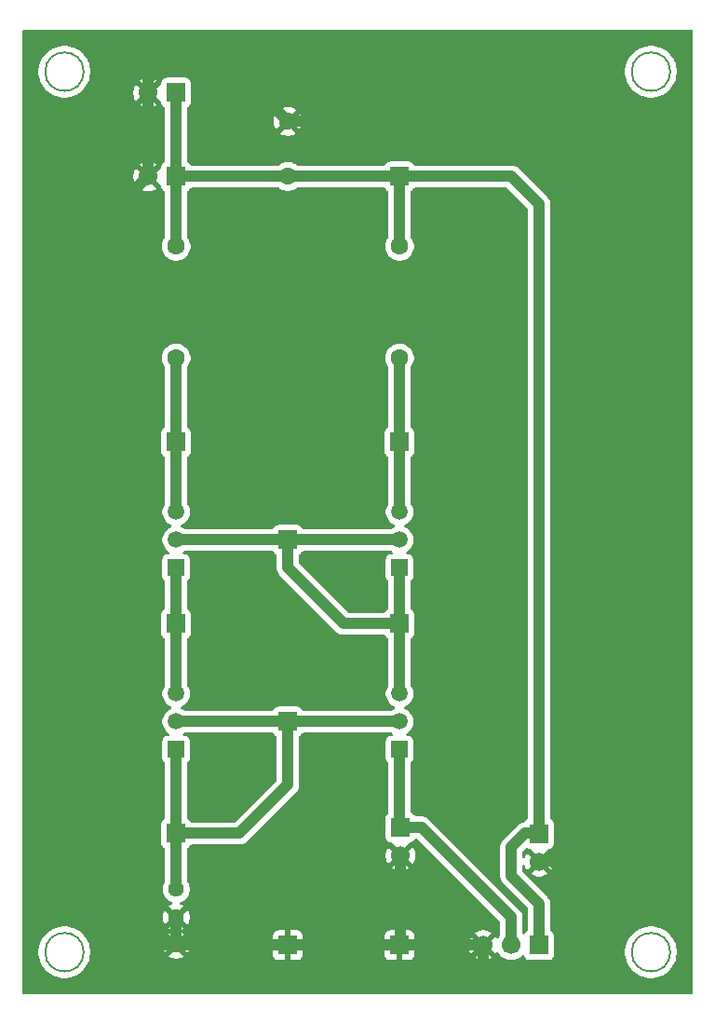
<source format=gbr>
%TF.GenerationSoftware,KiCad,Pcbnew,9.0.6-9.0.6~ubuntu22.04.1*%
%TF.CreationDate,2025-12-31T15:52:40+01:00*%
%TF.ProjectId,Symmetric_Wilson_Current_Mirror_Plain,53796d6d-6574-4726-9963-5f57696c736f,rev?*%
%TF.SameCoordinates,Original*%
%TF.FileFunction,Copper,L2,Bot*%
%TF.FilePolarity,Positive*%
%FSLAX46Y46*%
G04 Gerber Fmt 4.6, Leading zero omitted, Abs format (unit mm)*
G04 Created by KiCad (PCBNEW 9.0.6-9.0.6~ubuntu22.04.1) date 2025-12-31 15:52:40*
%MOMM*%
%LPD*%
G01*
G04 APERTURE LIST*
%TA.AperFunction,NonConductor*%
%ADD10C,0.200000*%
%TD*%
%TA.AperFunction,ComponentPad*%
%ADD11R,1.500000X1.500000*%
%TD*%
%TA.AperFunction,ComponentPad*%
%ADD12C,1.500000*%
%TD*%
%TA.AperFunction,ComponentPad*%
%ADD13R,1.700000X1.700000*%
%TD*%
%TA.AperFunction,ComponentPad*%
%ADD14C,1.700000*%
%TD*%
%TA.AperFunction,ComponentPad*%
%ADD15C,1.600000*%
%TD*%
%TA.AperFunction,ComponentPad*%
%ADD16C,1.440000*%
%TD*%
%TA.AperFunction,ViaPad*%
%ADD17C,1.300000*%
%TD*%
%TA.AperFunction,Conductor*%
%ADD18C,1.000000*%
%TD*%
G04 APERTURE END LIST*
D10*
X184630000Y-73660000D02*
G75*
G02*
X181130000Y-73660000I-1750000J0D01*
G01*
X181130000Y-73660000D02*
G75*
G02*
X184630000Y-73660000I1750000J0D01*
G01*
X184630000Y-153670000D02*
G75*
G02*
X181130000Y-153670000I-1750000J0D01*
G01*
X181130000Y-153670000D02*
G75*
G02*
X184630000Y-153670000I1750000J0D01*
G01*
X131290000Y-153670000D02*
G75*
G02*
X127790000Y-153670000I-1750000J0D01*
G01*
X127790000Y-153670000D02*
G75*
G02*
X131290000Y-153670000I1750000J0D01*
G01*
X131290000Y-73660000D02*
G75*
G02*
X127790000Y-73660000I-1750000J0D01*
G01*
X127790000Y-73660000D02*
G75*
G02*
X131290000Y-73660000I1750000J0D01*
G01*
D11*
%TO.P,Q3,1,C*%
%TO.N,Vout*%
X160020000Y-135255000D03*
D12*
%TO.P,Q3,2,B*%
%TO.N,Net-(J4-Pin_1)*%
X160020000Y-132715000D03*
%TO.P,Q3,3,E*%
%TO.N,Net-(J10-Pin_1)*%
X160020000Y-130175000D03*
%TD*%
D13*
%TO.P,J11,1,Pin_1*%
%TO.N,Vout*%
X160100000Y-142335000D03*
D14*
%TO.P,J11,2,Pin_2*%
%TO.N,Gnd*%
X160100000Y-144875000D03*
%TD*%
D15*
%TO.P,R1,1*%
%TO.N,Net-(J1-Pin_1)*%
X139700000Y-89535000D03*
%TO.P,R1,2*%
%TO.N,Net-(J14-Pin_1)*%
X139700000Y-99695000D03*
%TD*%
D11*
%TO.P,Q2,1,C*%
%TO.N,Net-(J10-Pin_1)*%
X160020000Y-118745000D03*
D12*
%TO.P,Q2,2,B*%
X160020000Y-116205000D03*
%TO.P,Q2,3,E*%
%TO.N,Net-(J15-Pin_1)*%
X160020000Y-113665000D03*
%TD*%
D13*
%TO.P,J15,1,Pin_1*%
%TO.N,Net-(J15-Pin_1)*%
X160020000Y-107315000D03*
%TD*%
D15*
%TO.P,C1,1*%
%TO.N,Net-(J1-Pin_1)*%
X149860000Y-83185000D03*
%TO.P,C1,2*%
%TO.N,Gnd*%
X149860000Y-78185000D03*
%TD*%
D16*
%TO.P,RV1,1,1*%
%TO.N,Net-(J4-Pin_1)*%
X139700000Y-147955000D03*
%TO.P,RV1,2,2*%
%TO.N,Gnd*%
X139700000Y-150495000D03*
%TO.P,RV1,3,3*%
X139700000Y-153035000D03*
%TD*%
D13*
%TO.P,J14,1,Pin_1*%
%TO.N,Net-(J14-Pin_1)*%
X139700000Y-107315000D03*
%TD*%
%TO.P,J5,1,Pin_1*%
%TO.N,Net-(J1-Pin_1)*%
X160020000Y-83185000D03*
%TD*%
D11*
%TO.P,Q1,1,C*%
%TO.N,Net-(J3-Pin_1)*%
X139700000Y-118745000D03*
D12*
%TO.P,Q1,2,B*%
%TO.N,Net-(J10-Pin_1)*%
X139700000Y-116205000D03*
%TO.P,Q1,3,E*%
%TO.N,Net-(J14-Pin_1)*%
X139700000Y-113665000D03*
%TD*%
D13*
%TO.P,J10,1,Pin_1*%
%TO.N,Net-(J10-Pin_1)*%
X160020000Y-123825000D03*
%TD*%
%TO.P,J8,1,Pin_1*%
%TO.N,Gnd*%
X149860000Y-153035000D03*
%TD*%
%TO.P,J6,1,Pin_1*%
%TO.N,Net-(J10-Pin_1)*%
X149860000Y-116205000D03*
%TD*%
%TO.P,J3,1,Pin_1*%
%TO.N,Net-(J3-Pin_1)*%
X139700000Y-123825000D03*
%TD*%
%TO.P,J4,1,Pin_1*%
%TO.N,Net-(J4-Pin_1)*%
X139700000Y-142875000D03*
%TD*%
D15*
%TO.P,R2,1*%
%TO.N,Net-(J1-Pin_1)*%
X160020000Y-89535000D03*
%TO.P,R2,2*%
%TO.N,Net-(J15-Pin_1)*%
X160020000Y-99695000D03*
%TD*%
D13*
%TO.P,J9,1,Pin_1*%
%TO.N,Gnd*%
X160020000Y-153035000D03*
%TD*%
D11*
%TO.P,Q4,1,C*%
%TO.N,Net-(J4-Pin_1)*%
X139700000Y-135255000D03*
D12*
%TO.P,Q4,2,B*%
X139700000Y-132715000D03*
%TO.P,Q4,3,E*%
%TO.N,Net-(J3-Pin_1)*%
X139700000Y-130175000D03*
%TD*%
D13*
%TO.P,J7,1,Pin_1*%
%TO.N,Net-(J4-Pin_1)*%
X149860000Y-132715000D03*
%TD*%
%TO.P,J1,1,Pin_1*%
%TO.N,Net-(J1-Pin_1)*%
X139700000Y-75565000D03*
D14*
%TO.P,J1,2,Pin_2*%
%TO.N,Gnd*%
X137160000Y-75565000D03*
%TD*%
D13*
%TO.P,J2,1,Pin_1*%
%TO.N,Net-(J1-Pin_1)*%
X139700000Y-83185000D03*
D14*
%TO.P,J2,2,Pin_2*%
%TO.N,Gnd*%
X137160000Y-83185000D03*
%TD*%
D13*
%TO.P,J12,1,Pin_1*%
%TO.N,Net-(J1-Pin_1)*%
X172720000Y-153035000D03*
D14*
%TO.P,J12,2,Pin_2*%
%TO.N,Vout*%
X170180000Y-153035000D03*
%TO.P,J12,3,Pin_3*%
%TO.N,Gnd*%
X167640000Y-153035000D03*
%TD*%
D13*
%TO.P,J13,1,Pin_1*%
%TO.N,Net-(J1-Pin_1)*%
X172720000Y-142900000D03*
D14*
%TO.P,J13,2,Pin_2*%
%TO.N,Gnd*%
X172720000Y-145440000D03*
%TD*%
D17*
%TO.N,Gnd*%
X154940000Y-118745000D03*
X154940000Y-86995000D03*
X167640000Y-73025000D03*
X182880000Y-135255000D03*
X167640000Y-109855000D03*
X182880000Y-109855000D03*
X154940000Y-127635000D03*
X182880000Y-146685000D03*
X154940000Y-98425000D03*
X129540000Y-86995000D03*
X167640000Y-135255000D03*
X167640000Y-86995000D03*
X144780000Y-98425000D03*
X144780000Y-155575000D03*
X152400000Y-146685000D03*
X154940000Y-135255000D03*
X182880000Y-86995000D03*
X167640000Y-98425000D03*
X144780000Y-135255000D03*
X144780000Y-86995000D03*
X144780000Y-127635000D03*
X144780000Y-118745000D03*
X144780000Y-146685000D03*
X182880000Y-122555000D03*
X129540000Y-122555000D03*
X154940000Y-109855000D03*
X129540000Y-146685000D03*
X129540000Y-109855000D03*
X167640000Y-122555000D03*
X182880000Y-98425000D03*
X129540000Y-98425000D03*
X144780000Y-109855000D03*
X154940000Y-155575000D03*
X154940000Y-73025000D03*
X129540000Y-135255000D03*
%TD*%
D18*
%TO.N,Gnd*%
X177800000Y-141537081D02*
X177800000Y-84455000D01*
X137160000Y-74362919D02*
X137160000Y-75565000D01*
X171530000Y-78185000D02*
X149860000Y-78185000D01*
X160100000Y-144875000D02*
X160100000Y-152955000D01*
X149860000Y-78185000D02*
X144700000Y-73025000D01*
X175260000Y-155575000D02*
X175260000Y-146752919D01*
X177800000Y-84455000D02*
X171530000Y-78185000D01*
X144700000Y-73025000D02*
X138497919Y-73025000D01*
X138497919Y-73025000D02*
X137160000Y-74362919D01*
X172720000Y-145415000D02*
X173922081Y-145415000D01*
X139700000Y-150495000D02*
X139700000Y-153035000D01*
X167640000Y-155575000D02*
X175260000Y-155575000D01*
X160020000Y-153035000D02*
X149860000Y-153035000D01*
X173922081Y-145415000D02*
X177800000Y-141537081D01*
X149860000Y-153035000D02*
X139700000Y-153035000D01*
X175260000Y-146752919D02*
X173922081Y-145415000D01*
X167640000Y-153035000D02*
X160020000Y-153035000D01*
X137160000Y-153035000D02*
X134620000Y-150495000D01*
X167640000Y-153035000D02*
X167640000Y-155575000D01*
X137160000Y-75565000D02*
X137160000Y-83185000D01*
X139700000Y-153035000D02*
X137160000Y-153035000D01*
X134620000Y-150495000D02*
X134620000Y-85725000D01*
X134620000Y-85725000D02*
X137160000Y-83185000D01*
%TO.N,Net-(J4-Pin_1)*%
X149860000Y-138467459D02*
X145452459Y-142875000D01*
X139700000Y-135255000D02*
X139700000Y-142875000D01*
X160020000Y-132715000D02*
X149860000Y-132715000D01*
X139700000Y-147955000D02*
X139700000Y-142875000D01*
X149860000Y-132715000D02*
X149860000Y-138467459D01*
X139700000Y-132715000D02*
X149860000Y-132715000D01*
X145452459Y-142875000D02*
X139700000Y-142875000D01*
%TO.N,Net-(J3-Pin_1)*%
X139700000Y-130175000D02*
X139700000Y-123825000D01*
X139700000Y-118745000D02*
X139700000Y-123825000D01*
%TO.N,Net-(J10-Pin_1)*%
X139700000Y-116205000D02*
X149860000Y-116205000D01*
X160020000Y-130175000D02*
X160020000Y-123825000D01*
X154940000Y-123825000D02*
X160020000Y-123825000D01*
X160020000Y-118745000D02*
X160020000Y-123825000D01*
X160020000Y-116205000D02*
X149860000Y-116205000D01*
X149860000Y-116205000D02*
X149860000Y-118745000D01*
X149860000Y-118745000D02*
X154940000Y-123825000D01*
%TO.N,Vout*%
X160100000Y-142335000D02*
X162020000Y-142335000D01*
X160020000Y-135255000D02*
X160020000Y-142255000D01*
X170180000Y-150495000D02*
X170180000Y-153035000D01*
X162020000Y-142335000D02*
X170180000Y-150495000D01*
%TO.N,Net-(J1-Pin_1)*%
X139700000Y-75565000D02*
X139700000Y-83185000D01*
X140160000Y-83185000D02*
X160020000Y-83185000D01*
X170180000Y-146754000D02*
X172720000Y-149294000D01*
X139700000Y-89535000D02*
X139700000Y-83185000D01*
X170180000Y-144145000D02*
X170180000Y-146754000D01*
X170180000Y-83185000D02*
X160020000Y-83185000D01*
X171450000Y-142875000D02*
X170180000Y-144145000D01*
X172720000Y-142875000D02*
X172720000Y-85725000D01*
X172720000Y-85725000D02*
X170180000Y-83185000D01*
X160020000Y-89535000D02*
X160020000Y-83185000D01*
X172720000Y-149294000D02*
X172720000Y-153035000D01*
X172720000Y-142875000D02*
X171450000Y-142875000D01*
%TO.N,Net-(J14-Pin_1)*%
X139700000Y-113665000D02*
X139700000Y-107315000D01*
X139700000Y-107315000D02*
X139700000Y-99695000D01*
%TO.N,Net-(J15-Pin_1)*%
X160020000Y-107315000D02*
X160020000Y-99695000D01*
X160020000Y-113665000D02*
X160020000Y-107315000D01*
%TD*%
%TA.AperFunction,Conductor*%
%TO.N,Gnd*%
G36*
X148512898Y-133735185D02*
G01*
X148558653Y-133787989D01*
X148562030Y-133796140D01*
X148566204Y-133807331D01*
X148566205Y-133807332D01*
X148566206Y-133807335D01*
X148652452Y-133922544D01*
X148652455Y-133922547D01*
X148767665Y-134008794D01*
X148767667Y-134008794D01*
X148767669Y-134008796D01*
X148778830Y-134012958D01*
X148834764Y-134054826D01*
X148859184Y-134120289D01*
X148859500Y-134129141D01*
X148859500Y-138001676D01*
X148839815Y-138068715D01*
X148823181Y-138089357D01*
X145074358Y-141838181D01*
X145013035Y-141871666D01*
X144986677Y-141874500D01*
X141114141Y-141874500D01*
X141047102Y-141854815D01*
X141001347Y-141802011D01*
X140997969Y-141793859D01*
X140993796Y-141782669D01*
X140993793Y-141782665D01*
X140993793Y-141782664D01*
X140907547Y-141667455D01*
X140907544Y-141667452D01*
X140792335Y-141581206D01*
X140792332Y-141581205D01*
X140792331Y-141581204D01*
X140781161Y-141577038D01*
X140725231Y-141535166D01*
X140700816Y-141469701D01*
X140700500Y-141460858D01*
X140700500Y-136504749D01*
X140720185Y-136437710D01*
X140750190Y-136405482D01*
X140807546Y-136362546D01*
X140893796Y-136247331D01*
X140944091Y-136112483D01*
X140950500Y-136052873D01*
X140950499Y-134457128D01*
X140944091Y-134397517D01*
X140893796Y-134262669D01*
X140893795Y-134262668D01*
X140893793Y-134262664D01*
X140807547Y-134147455D01*
X140807544Y-134147452D01*
X140692335Y-134061206D01*
X140692328Y-134061202D01*
X140557482Y-134010908D01*
X140557483Y-134010908D01*
X140497883Y-134004501D01*
X140497881Y-134004500D01*
X140497873Y-134004500D01*
X140497865Y-134004500D01*
X140434267Y-134004500D01*
X140404010Y-133995615D01*
X140373292Y-133988472D01*
X140370740Y-133985846D01*
X140367228Y-133984815D01*
X140346580Y-133960986D01*
X140324597Y-133938366D01*
X140323869Y-133934777D01*
X140321473Y-133932011D01*
X140316985Y-133900798D01*
X140310722Y-133869888D01*
X140312050Y-133866476D01*
X140311529Y-133862853D01*
X140324628Y-133834168D01*
X140336071Y-133804779D01*
X140339629Y-133801320D01*
X140340554Y-133799297D01*
X140361382Y-133780182D01*
X140417814Y-133739182D01*
X140483620Y-133715702D01*
X140490699Y-133715500D01*
X148445859Y-133715500D01*
X148512898Y-133735185D01*
G37*
%TD.AperFunction*%
%TD*%
%TA.AperFunction,Conductor*%
%TO.N,Gnd*%
G36*
X148512898Y-117225185D02*
G01*
X148558653Y-117277989D01*
X148562030Y-117286140D01*
X148566204Y-117297331D01*
X148566205Y-117297332D01*
X148566206Y-117297335D01*
X148652452Y-117412544D01*
X148652455Y-117412547D01*
X148767665Y-117498794D01*
X148767667Y-117498794D01*
X148767669Y-117498796D01*
X148778830Y-117502958D01*
X148834764Y-117544826D01*
X148859184Y-117610289D01*
X148859500Y-117619141D01*
X148859500Y-118843541D01*
X148859500Y-118843543D01*
X148859499Y-118843543D01*
X148897947Y-119036829D01*
X148897950Y-119036839D01*
X148973364Y-119218907D01*
X148973371Y-119218920D01*
X149082860Y-119382781D01*
X149082863Y-119382785D01*
X149226537Y-119526459D01*
X149226559Y-119526479D01*
X154159735Y-124459655D01*
X154159764Y-124459686D01*
X154302214Y-124602136D01*
X154302218Y-124602139D01*
X154466079Y-124711628D01*
X154466092Y-124711635D01*
X154594833Y-124764961D01*
X154637133Y-124782482D01*
X154648164Y-124787051D01*
X154744812Y-124806275D01*
X154793135Y-124815887D01*
X154841458Y-124825500D01*
X154841459Y-124825500D01*
X154841460Y-124825500D01*
X155038540Y-124825500D01*
X158605859Y-124825500D01*
X158672898Y-124845185D01*
X158718653Y-124897989D01*
X158722030Y-124906140D01*
X158726204Y-124917331D01*
X158726205Y-124917332D01*
X158726206Y-124917335D01*
X158812452Y-125032544D01*
X158812455Y-125032547D01*
X158927665Y-125118794D01*
X158927667Y-125118794D01*
X158927669Y-125118796D01*
X158938830Y-125122958D01*
X158994764Y-125164826D01*
X159019184Y-125230289D01*
X159019500Y-125239141D01*
X159019500Y-129384301D01*
X158999815Y-129451340D01*
X158995818Y-129457186D01*
X158950478Y-129519591D01*
X158861117Y-129694970D01*
X158800290Y-129882173D01*
X158769500Y-130076577D01*
X158769500Y-130273422D01*
X158800290Y-130467826D01*
X158861117Y-130655029D01*
X158950476Y-130830405D01*
X159066172Y-130989646D01*
X159205354Y-131128828D01*
X159364595Y-131244524D01*
X159487992Y-131307397D01*
X159541213Y-131334515D01*
X159592009Y-131382489D01*
X159608804Y-131450310D01*
X159586267Y-131516445D01*
X159541213Y-131555485D01*
X159364591Y-131645478D01*
X159302186Y-131690818D01*
X159236380Y-131714298D01*
X159229301Y-131714500D01*
X151274141Y-131714500D01*
X151207102Y-131694815D01*
X151161347Y-131642011D01*
X151157969Y-131633859D01*
X151153796Y-131622669D01*
X151153793Y-131622665D01*
X151153793Y-131622664D01*
X151067547Y-131507455D01*
X151067544Y-131507452D01*
X150952335Y-131421206D01*
X150952328Y-131421202D01*
X150817482Y-131370908D01*
X150817483Y-131370908D01*
X150757883Y-131364501D01*
X150757881Y-131364500D01*
X150757873Y-131364500D01*
X150757864Y-131364500D01*
X148962129Y-131364500D01*
X148962123Y-131364501D01*
X148902516Y-131370908D01*
X148767671Y-131421202D01*
X148767664Y-131421206D01*
X148652455Y-131507452D01*
X148652452Y-131507455D01*
X148566206Y-131622664D01*
X148566204Y-131622668D01*
X148566204Y-131622669D01*
X148562039Y-131633834D01*
X148520171Y-131689766D01*
X148454707Y-131714184D01*
X148445859Y-131714500D01*
X140490699Y-131714500D01*
X140423660Y-131694815D01*
X140417814Y-131690818D01*
X140355406Y-131645476D01*
X140178787Y-131555485D01*
X140127990Y-131507511D01*
X140111195Y-131439690D01*
X140133732Y-131373555D01*
X140178787Y-131334515D01*
X140355403Y-131244525D01*
X140355402Y-131244525D01*
X140355405Y-131244524D01*
X140514646Y-131128828D01*
X140653828Y-130989646D01*
X140769524Y-130830405D01*
X140858884Y-130655025D01*
X140919709Y-130467826D01*
X140950500Y-130273422D01*
X140950500Y-130076577D01*
X140919709Y-129882173D01*
X140858882Y-129694970D01*
X140826464Y-129631347D01*
X140769524Y-129519595D01*
X140765547Y-129514121D01*
X140724182Y-129457186D01*
X140700702Y-129391380D01*
X140700500Y-129384301D01*
X140700500Y-125239141D01*
X140720185Y-125172102D01*
X140772989Y-125126347D01*
X140781149Y-125122966D01*
X140792331Y-125118796D01*
X140907546Y-125032546D01*
X140993796Y-124917331D01*
X141044091Y-124782483D01*
X141050500Y-124722873D01*
X141050499Y-122927128D01*
X141044091Y-122867517D01*
X140993796Y-122732669D01*
X140993795Y-122732668D01*
X140993793Y-122732664D01*
X140907547Y-122617455D01*
X140907544Y-122617452D01*
X140792335Y-122531206D01*
X140792332Y-122531205D01*
X140792331Y-122531204D01*
X140781161Y-122527038D01*
X140725231Y-122485166D01*
X140700816Y-122419701D01*
X140700500Y-122410858D01*
X140700500Y-119994749D01*
X140720185Y-119927710D01*
X140750190Y-119895482D01*
X140807546Y-119852546D01*
X140893796Y-119737331D01*
X140944091Y-119602483D01*
X140950500Y-119542873D01*
X140950499Y-117947128D01*
X140944091Y-117887517D01*
X140893796Y-117752669D01*
X140893795Y-117752668D01*
X140893793Y-117752664D01*
X140807547Y-117637455D01*
X140807544Y-117637452D01*
X140692335Y-117551206D01*
X140692328Y-117551202D01*
X140557482Y-117500908D01*
X140557483Y-117500908D01*
X140497883Y-117494501D01*
X140497881Y-117494500D01*
X140497873Y-117494500D01*
X140497865Y-117494500D01*
X140434267Y-117494500D01*
X140404010Y-117485615D01*
X140373292Y-117478472D01*
X140370740Y-117475846D01*
X140367228Y-117474815D01*
X140346580Y-117450986D01*
X140324597Y-117428366D01*
X140323869Y-117424777D01*
X140321473Y-117422011D01*
X140316985Y-117390798D01*
X140310722Y-117359888D01*
X140312050Y-117356476D01*
X140311529Y-117352853D01*
X140324628Y-117324168D01*
X140336071Y-117294779D01*
X140339629Y-117291320D01*
X140340554Y-117289297D01*
X140361382Y-117270182D01*
X140417814Y-117229182D01*
X140483620Y-117205702D01*
X140490699Y-117205500D01*
X148445859Y-117205500D01*
X148512898Y-117225185D01*
G37*
%TD.AperFunction*%
%TA.AperFunction,Conductor*%
G36*
X159296340Y-117225185D02*
G01*
X159302185Y-117229181D01*
X159336969Y-117254452D01*
X159358618Y-117270181D01*
X159401285Y-117325511D01*
X159407265Y-117395124D01*
X159374659Y-117456919D01*
X159313821Y-117491277D01*
X159285736Y-117494500D01*
X159222130Y-117494500D01*
X159222123Y-117494501D01*
X159162516Y-117500908D01*
X159027671Y-117551202D01*
X159027664Y-117551206D01*
X158912455Y-117637452D01*
X158912452Y-117637455D01*
X158826206Y-117752664D01*
X158826202Y-117752671D01*
X158775908Y-117887517D01*
X158769501Y-117947116D01*
X158769501Y-117947123D01*
X158769500Y-117947135D01*
X158769500Y-119542870D01*
X158769501Y-119542876D01*
X158775908Y-119602483D01*
X158826202Y-119737328D01*
X158826203Y-119737329D01*
X158826204Y-119737331D01*
X158912452Y-119852543D01*
X158912455Y-119852547D01*
X158969810Y-119895482D01*
X159011682Y-119951415D01*
X159019500Y-119994749D01*
X159019500Y-122410858D01*
X158999815Y-122477897D01*
X158947011Y-122523652D01*
X158938847Y-122527034D01*
X158927669Y-122531204D01*
X158927664Y-122531206D01*
X158812455Y-122617452D01*
X158812452Y-122617455D01*
X158726206Y-122732664D01*
X158726204Y-122732668D01*
X158726204Y-122732669D01*
X158722039Y-122743834D01*
X158680171Y-122799766D01*
X158614707Y-122824184D01*
X158605859Y-122824500D01*
X155405782Y-122824500D01*
X155338743Y-122804815D01*
X155318101Y-122788181D01*
X150896819Y-118366899D01*
X150863334Y-118305576D01*
X150860500Y-118279218D01*
X150860500Y-117619141D01*
X150880185Y-117552102D01*
X150932989Y-117506347D01*
X150941149Y-117502966D01*
X150952331Y-117498796D01*
X150958069Y-117494501D01*
X151046413Y-117428366D01*
X151067546Y-117412546D01*
X151153796Y-117297331D01*
X151157960Y-117286165D01*
X151199829Y-117230234D01*
X151265293Y-117205816D01*
X151274141Y-117205500D01*
X159229301Y-117205500D01*
X159296340Y-117225185D01*
G37*
%TD.AperFunction*%
%TD*%
%TA.AperFunction,Conductor*%
%TO.N,Gnd*%
G36*
X171616348Y-144195219D02*
G01*
X171629950Y-144195444D01*
X171636560Y-144197112D01*
X171762517Y-144244091D01*
X171822127Y-144250500D01*
X171848099Y-144250499D01*
X171863034Y-144254269D01*
X171880389Y-144264503D01*
X171899723Y-144270179D01*
X171920372Y-144286818D01*
X172590591Y-144957037D01*
X172527007Y-144974075D01*
X172412993Y-145039901D01*
X172319901Y-145132993D01*
X172254075Y-145247007D01*
X172237037Y-145310591D01*
X171604728Y-144678282D01*
X171604727Y-144678282D01*
X171565380Y-144732439D01*
X171468904Y-144921782D01*
X171422431Y-145064814D01*
X171382994Y-145122489D01*
X171318635Y-145149688D01*
X171249789Y-145137773D01*
X171198313Y-145090529D01*
X171180500Y-145026496D01*
X171180500Y-144610781D01*
X171200185Y-144543742D01*
X171216815Y-144523104D01*
X171511926Y-144227992D01*
X171521670Y-144222672D01*
X171528614Y-144214008D01*
X171551792Y-144206223D01*
X171573249Y-144194508D01*
X171586050Y-144194719D01*
X171594848Y-144191765D01*
X171616348Y-144195219D01*
G37*
%TD.AperFunction*%
%TA.AperFunction,Conductor*%
G36*
X186633039Y-69869685D02*
G01*
X186678794Y-69922489D01*
X186690000Y-69974000D01*
X186690000Y-157356000D01*
X186670315Y-157423039D01*
X186617511Y-157468794D01*
X186566000Y-157480000D01*
X125854000Y-157480000D01*
X125786961Y-157460315D01*
X125741206Y-157407511D01*
X125730000Y-157356000D01*
X125730000Y-153515946D01*
X127189500Y-153515946D01*
X127189500Y-153824053D01*
X127189501Y-153824069D01*
X127229717Y-154129542D01*
X127309464Y-154427162D01*
X127427376Y-154711826D01*
X127427381Y-154711837D01*
X127520014Y-154872280D01*
X127581438Y-154978670D01*
X127581440Y-154978673D01*
X127581441Y-154978674D01*
X127769007Y-155223115D01*
X127769013Y-155223122D01*
X127986877Y-155440986D01*
X127986883Y-155440991D01*
X128231330Y-155628562D01*
X128402830Y-155727578D01*
X128498162Y-155782618D01*
X128498167Y-155782620D01*
X128498170Y-155782622D01*
X128782836Y-155900535D01*
X129080456Y-155980282D01*
X129385940Y-156020500D01*
X129385947Y-156020500D01*
X129694053Y-156020500D01*
X129694060Y-156020500D01*
X129999544Y-155980282D01*
X130297164Y-155900535D01*
X130581830Y-155782622D01*
X130848670Y-155628562D01*
X131093117Y-155440991D01*
X131310991Y-155223117D01*
X131498562Y-154978670D01*
X131652622Y-154711830D01*
X131770535Y-154427164D01*
X131850282Y-154129544D01*
X131890500Y-153824060D01*
X131890500Y-153515940D01*
X131850282Y-153210456D01*
X131770535Y-152912836D01*
X131652622Y-152628170D01*
X131652620Y-152628167D01*
X131652618Y-152628162D01*
X131588200Y-152516588D01*
X131498562Y-152361330D01*
X131339752Y-152154365D01*
X131325312Y-152135546D01*
X131325310Y-152135544D01*
X131317683Y-152125604D01*
X131310991Y-152116883D01*
X131310989Y-152116881D01*
X131310986Y-152116877D01*
X131093122Y-151899013D01*
X131093115Y-151899007D01*
X130848674Y-151711441D01*
X130848673Y-151711440D01*
X130848670Y-151711438D01*
X130737180Y-151647069D01*
X130581837Y-151557381D01*
X130581826Y-151557376D01*
X130297162Y-151439464D01*
X129999542Y-151359717D01*
X129694069Y-151319501D01*
X129694066Y-151319500D01*
X129694060Y-151319500D01*
X129385940Y-151319500D01*
X129385934Y-151319500D01*
X129385930Y-151319501D01*
X129080457Y-151359717D01*
X128782837Y-151439464D01*
X128498173Y-151557376D01*
X128498162Y-151557381D01*
X128231325Y-151711441D01*
X127986884Y-151899007D01*
X127986877Y-151899013D01*
X127769013Y-152116877D01*
X127769007Y-152116884D01*
X127581441Y-152361325D01*
X127427381Y-152628162D01*
X127427376Y-152628173D01*
X127309464Y-152912837D01*
X127229717Y-153210457D01*
X127189501Y-153515930D01*
X127189500Y-153515946D01*
X125730000Y-153515946D01*
X125730000Y-73505946D01*
X127189500Y-73505946D01*
X127189500Y-73814053D01*
X127189501Y-73814069D01*
X127229717Y-74119542D01*
X127309464Y-74417162D01*
X127427376Y-74701826D01*
X127427381Y-74701837D01*
X127464063Y-74765371D01*
X127581438Y-74968670D01*
X127581440Y-74968673D01*
X127581441Y-74968674D01*
X127769007Y-75213115D01*
X127769013Y-75213122D01*
X127986877Y-75430986D01*
X127986883Y-75430991D01*
X128231330Y-75618562D01*
X128402830Y-75717578D01*
X128498162Y-75772618D01*
X128498167Y-75772620D01*
X128498170Y-75772622D01*
X128782836Y-75890535D01*
X129080456Y-75970282D01*
X129385940Y-76010500D01*
X129385947Y-76010500D01*
X129694053Y-76010500D01*
X129694060Y-76010500D01*
X129999544Y-75970282D01*
X130297164Y-75890535D01*
X130581830Y-75772622D01*
X130848670Y-75618562D01*
X131056937Y-75458753D01*
X135810000Y-75458753D01*
X135810000Y-75671246D01*
X135843242Y-75881127D01*
X135843242Y-75881130D01*
X135908904Y-76083217D01*
X136005375Y-76272550D01*
X136044728Y-76326716D01*
X136677037Y-75694408D01*
X136694075Y-75757993D01*
X136759901Y-75872007D01*
X136852993Y-75965099D01*
X136967007Y-76030925D01*
X137030590Y-76047962D01*
X136398282Y-76680269D01*
X136398282Y-76680270D01*
X136452449Y-76719624D01*
X136641782Y-76816095D01*
X136843870Y-76881757D01*
X137053754Y-76915000D01*
X137266246Y-76915000D01*
X137476127Y-76881757D01*
X137476130Y-76881757D01*
X137678217Y-76816095D01*
X137867554Y-76719622D01*
X137921716Y-76680270D01*
X137921717Y-76680270D01*
X137289408Y-76047962D01*
X137352993Y-76030925D01*
X137467007Y-75965099D01*
X137560099Y-75872007D01*
X137625925Y-75757993D01*
X137642962Y-75694408D01*
X138313181Y-76364628D01*
X138346666Y-76425951D01*
X138349500Y-76452300D01*
X138349500Y-76462865D01*
X138349501Y-76462876D01*
X138355908Y-76522483D01*
X138406202Y-76657328D01*
X138406206Y-76657335D01*
X138492452Y-76772544D01*
X138492455Y-76772547D01*
X138607665Y-76858794D01*
X138607667Y-76858794D01*
X138607669Y-76858796D01*
X138618830Y-76862958D01*
X138674764Y-76904826D01*
X138699184Y-76970289D01*
X138699500Y-76979141D01*
X138699500Y-81770858D01*
X138679815Y-81837897D01*
X138627011Y-81883652D01*
X138618847Y-81887034D01*
X138607669Y-81891204D01*
X138607664Y-81891206D01*
X138492455Y-81977452D01*
X138492452Y-81977455D01*
X138406206Y-82092664D01*
X138406202Y-82092671D01*
X138355908Y-82227517D01*
X138349501Y-82287116D01*
X138349500Y-82287135D01*
X138349500Y-82297690D01*
X138329815Y-82364729D01*
X138313181Y-82385371D01*
X137642962Y-83055590D01*
X137625925Y-82992007D01*
X137560099Y-82877993D01*
X137467007Y-82784901D01*
X137352993Y-82719075D01*
X137289409Y-82702037D01*
X137921716Y-82069728D01*
X137867550Y-82030375D01*
X137678217Y-81933904D01*
X137476129Y-81868242D01*
X137266246Y-81835000D01*
X137053754Y-81835000D01*
X136843872Y-81868242D01*
X136843869Y-81868242D01*
X136641782Y-81933904D01*
X136452439Y-82030380D01*
X136398282Y-82069727D01*
X136398282Y-82069728D01*
X137030591Y-82702037D01*
X136967007Y-82719075D01*
X136852993Y-82784901D01*
X136759901Y-82877993D01*
X136694075Y-82992007D01*
X136677037Y-83055591D01*
X136044728Y-82423282D01*
X136044727Y-82423282D01*
X136005380Y-82477439D01*
X135908904Y-82666782D01*
X135843242Y-82868869D01*
X135843242Y-82868872D01*
X135810000Y-83078753D01*
X135810000Y-83291246D01*
X135843242Y-83501127D01*
X135843242Y-83501130D01*
X135908904Y-83703217D01*
X136005375Y-83892550D01*
X136044728Y-83946716D01*
X136677037Y-83314408D01*
X136694075Y-83377993D01*
X136759901Y-83492007D01*
X136852993Y-83585099D01*
X136967007Y-83650925D01*
X137030590Y-83667962D01*
X136398282Y-84300269D01*
X136398282Y-84300270D01*
X136452449Y-84339624D01*
X136641782Y-84436095D01*
X136843870Y-84501757D01*
X137053754Y-84535000D01*
X137266246Y-84535000D01*
X137476127Y-84501757D01*
X137476130Y-84501757D01*
X137678217Y-84436095D01*
X137867554Y-84339622D01*
X137921716Y-84300270D01*
X137921717Y-84300270D01*
X137289408Y-83667962D01*
X137352993Y-83650925D01*
X137467007Y-83585099D01*
X137560099Y-83492007D01*
X137625925Y-83377993D01*
X137642962Y-83314408D01*
X138313181Y-83984628D01*
X138346666Y-84045951D01*
X138349500Y-84072300D01*
X138349500Y-84082865D01*
X138349501Y-84082876D01*
X138355908Y-84142483D01*
X138406202Y-84277328D01*
X138406206Y-84277335D01*
X138492452Y-84392544D01*
X138492455Y-84392547D01*
X138607665Y-84478794D01*
X138607667Y-84478794D01*
X138607669Y-84478796D01*
X138618830Y-84482958D01*
X138674764Y-84524826D01*
X138699184Y-84590289D01*
X138699500Y-84599141D01*
X138699500Y-88659237D01*
X138679815Y-88726276D01*
X138675818Y-88732122D01*
X138587715Y-88853386D01*
X138494781Y-89035776D01*
X138431522Y-89230465D01*
X138399500Y-89432648D01*
X138399500Y-89637351D01*
X138431522Y-89839534D01*
X138494781Y-90034223D01*
X138587715Y-90216613D01*
X138708028Y-90382213D01*
X138852786Y-90526971D01*
X139007749Y-90639556D01*
X139018390Y-90647287D01*
X139134607Y-90706503D01*
X139200776Y-90740218D01*
X139200778Y-90740218D01*
X139200781Y-90740220D01*
X139305137Y-90774127D01*
X139395465Y-90803477D01*
X139496557Y-90819488D01*
X139597648Y-90835500D01*
X139597649Y-90835500D01*
X139802351Y-90835500D01*
X139802352Y-90835500D01*
X140004534Y-90803477D01*
X140199219Y-90740220D01*
X140381610Y-90647287D01*
X140474590Y-90579732D01*
X140547213Y-90526971D01*
X140547215Y-90526968D01*
X140547219Y-90526966D01*
X140691966Y-90382219D01*
X140691968Y-90382215D01*
X140691971Y-90382213D01*
X140744732Y-90309590D01*
X140812287Y-90216610D01*
X140905220Y-90034219D01*
X140968477Y-89839534D01*
X141000500Y-89637352D01*
X141000500Y-89432648D01*
X140968477Y-89230466D01*
X140905220Y-89035781D01*
X140905218Y-89035778D01*
X140905218Y-89035776D01*
X140871503Y-88969607D01*
X140812287Y-88853390D01*
X140799654Y-88836003D01*
X140724182Y-88732122D01*
X140700702Y-88666316D01*
X140700500Y-88659237D01*
X140700500Y-84599141D01*
X140720185Y-84532102D01*
X140772989Y-84486347D01*
X140781149Y-84482966D01*
X140792331Y-84478796D01*
X140907546Y-84392546D01*
X140993796Y-84277331D01*
X140997960Y-84266165D01*
X141039829Y-84210234D01*
X141105293Y-84185816D01*
X141114141Y-84185500D01*
X148984238Y-84185500D01*
X149051277Y-84205185D01*
X149057119Y-84209179D01*
X149178390Y-84297287D01*
X149261481Y-84339624D01*
X149360776Y-84390218D01*
X149360778Y-84390218D01*
X149360781Y-84390220D01*
X149465137Y-84424127D01*
X149555465Y-84453477D01*
X149656557Y-84469488D01*
X149757648Y-84485500D01*
X149757649Y-84485500D01*
X149962351Y-84485500D01*
X149962352Y-84485500D01*
X150164534Y-84453477D01*
X150359219Y-84390220D01*
X150541610Y-84297287D01*
X150662877Y-84209181D01*
X150728683Y-84185702D01*
X150735762Y-84185500D01*
X158605859Y-84185500D01*
X158672898Y-84205185D01*
X158718653Y-84257989D01*
X158722030Y-84266140D01*
X158726204Y-84277331D01*
X158726205Y-84277332D01*
X158726206Y-84277335D01*
X158812452Y-84392544D01*
X158812455Y-84392547D01*
X158927665Y-84478794D01*
X158927667Y-84478794D01*
X158927669Y-84478796D01*
X158938830Y-84482958D01*
X158994764Y-84524826D01*
X159019184Y-84590289D01*
X159019500Y-84599141D01*
X159019500Y-88659237D01*
X158999815Y-88726276D01*
X158995818Y-88732122D01*
X158907715Y-88853386D01*
X158814781Y-89035776D01*
X158751522Y-89230465D01*
X158719500Y-89432648D01*
X158719500Y-89637351D01*
X158751522Y-89839534D01*
X158814781Y-90034223D01*
X158907715Y-90216613D01*
X159028028Y-90382213D01*
X159172786Y-90526971D01*
X159327749Y-90639556D01*
X159338390Y-90647287D01*
X159454607Y-90706503D01*
X159520776Y-90740218D01*
X159520778Y-90740218D01*
X159520781Y-90740220D01*
X159625137Y-90774127D01*
X159715465Y-90803477D01*
X159816557Y-90819488D01*
X159917648Y-90835500D01*
X159917649Y-90835500D01*
X160122351Y-90835500D01*
X160122352Y-90835500D01*
X160324534Y-90803477D01*
X160519219Y-90740220D01*
X160701610Y-90647287D01*
X160794590Y-90579732D01*
X160867213Y-90526971D01*
X160867215Y-90526968D01*
X160867219Y-90526966D01*
X161011966Y-90382219D01*
X161011968Y-90382215D01*
X161011971Y-90382213D01*
X161064732Y-90309590D01*
X161132287Y-90216610D01*
X161225220Y-90034219D01*
X161288477Y-89839534D01*
X161320500Y-89637352D01*
X161320500Y-89432648D01*
X161288477Y-89230466D01*
X161225220Y-89035781D01*
X161225218Y-89035778D01*
X161225218Y-89035776D01*
X161191503Y-88969607D01*
X161132287Y-88853390D01*
X161119654Y-88836003D01*
X161044182Y-88732122D01*
X161020702Y-88666316D01*
X161020500Y-88659237D01*
X161020500Y-84599141D01*
X161040185Y-84532102D01*
X161092989Y-84486347D01*
X161101149Y-84482966D01*
X161112331Y-84478796D01*
X161227546Y-84392546D01*
X161313796Y-84277331D01*
X161317960Y-84266165D01*
X161359829Y-84210234D01*
X161425293Y-84185816D01*
X161434141Y-84185500D01*
X169714218Y-84185500D01*
X169781257Y-84205185D01*
X169801899Y-84221819D01*
X171683181Y-86103101D01*
X171716666Y-86164424D01*
X171719500Y-86190782D01*
X171719500Y-141485858D01*
X171699815Y-141552897D01*
X171647011Y-141598652D01*
X171638847Y-141602034D01*
X171627669Y-141606204D01*
X171627664Y-141606206D01*
X171512455Y-141692452D01*
X171512452Y-141692455D01*
X171426202Y-141807669D01*
X171422154Y-141815084D01*
X171421342Y-141815895D01*
X171421078Y-141817015D01*
X171396679Y-141840557D01*
X171372748Y-141864489D01*
X171371355Y-141864994D01*
X171370799Y-141865531D01*
X171337515Y-141877273D01*
X171275582Y-141889592D01*
X171254812Y-141893724D01*
X171158167Y-141912947D01*
X171158161Y-141912949D01*
X171104834Y-141935037D01*
X171104834Y-141935038D01*
X171059315Y-141953892D01*
X170976089Y-141988366D01*
X170976079Y-141988371D01*
X170812219Y-142097859D01*
X170742540Y-142167538D01*
X170672861Y-142237218D01*
X170672858Y-142237221D01*
X169542221Y-143367858D01*
X169542218Y-143367861D01*
X169493910Y-143416169D01*
X169402859Y-143507219D01*
X169293371Y-143671080D01*
X169293364Y-143671093D01*
X169255863Y-143761632D01*
X169224625Y-143837048D01*
X169224624Y-143837052D01*
X169217948Y-143853167D01*
X169217947Y-143853171D01*
X169179500Y-144046454D01*
X169179500Y-146852544D01*
X169213615Y-147024053D01*
X169213616Y-147024053D01*
X169217950Y-147045838D01*
X169293364Y-147227907D01*
X169293371Y-147227920D01*
X169402859Y-147391780D01*
X169402860Y-147391781D01*
X169402861Y-147391782D01*
X169542218Y-147531139D01*
X169542219Y-147531139D01*
X169549286Y-147538206D01*
X169549285Y-147538206D01*
X169549289Y-147538209D01*
X171683181Y-149672101D01*
X171716666Y-149733424D01*
X171719500Y-149759782D01*
X171719500Y-151620858D01*
X171699815Y-151687897D01*
X171647011Y-151733652D01*
X171638847Y-151737034D01*
X171627669Y-151741204D01*
X171627664Y-151741206D01*
X171512455Y-151827452D01*
X171512452Y-151827455D01*
X171426206Y-151942664D01*
X171426202Y-151942671D01*
X171420682Y-151957473D01*
X171378811Y-152013407D01*
X171313346Y-152037824D01*
X171245073Y-152022972D01*
X171195668Y-151973567D01*
X171180500Y-151914140D01*
X171180500Y-150396456D01*
X171152571Y-150256053D01*
X171152571Y-150256048D01*
X171142053Y-150203172D01*
X171142052Y-150203165D01*
X171066632Y-150021086D01*
X171066631Y-150021085D01*
X171066628Y-150021079D01*
X170957140Y-149857219D01*
X170957137Y-149857215D01*
X162804209Y-141704289D01*
X162804206Y-141704285D01*
X162804206Y-141704286D01*
X162797139Y-141697219D01*
X162797139Y-141697218D01*
X162657782Y-141557861D01*
X162657781Y-141557860D01*
X162657780Y-141557859D01*
X162493920Y-141448371D01*
X162493911Y-141448366D01*
X162421315Y-141418296D01*
X162365165Y-141395038D01*
X162311836Y-141372949D01*
X162311832Y-141372948D01*
X162311828Y-141372946D01*
X162215188Y-141353724D01*
X162118544Y-141334500D01*
X162118541Y-141334500D01*
X161514141Y-141334500D01*
X161447102Y-141314815D01*
X161401347Y-141262011D01*
X161397969Y-141253859D01*
X161393796Y-141242669D01*
X161393793Y-141242665D01*
X161393793Y-141242664D01*
X161307547Y-141127455D01*
X161307544Y-141127452D01*
X161192335Y-141041206D01*
X161192328Y-141041202D01*
X161101167Y-141007202D01*
X161045233Y-140965331D01*
X161020816Y-140899867D01*
X161020500Y-140891020D01*
X161020500Y-136504749D01*
X161040185Y-136437710D01*
X161070190Y-136405482D01*
X161127546Y-136362546D01*
X161213796Y-136247331D01*
X161264091Y-136112483D01*
X161270500Y-136052873D01*
X161270499Y-134457128D01*
X161264091Y-134397517D01*
X161213796Y-134262669D01*
X161213795Y-134262668D01*
X161213793Y-134262664D01*
X161127547Y-134147455D01*
X161127544Y-134147452D01*
X161012335Y-134061206D01*
X161012328Y-134061202D01*
X160877482Y-134010908D01*
X160877483Y-134010908D01*
X160817883Y-134004501D01*
X160817881Y-134004500D01*
X160817873Y-134004500D01*
X160817865Y-134004500D01*
X160754267Y-134004500D01*
X160687228Y-133984815D01*
X160641473Y-133932011D01*
X160631529Y-133862853D01*
X160660554Y-133799297D01*
X160681381Y-133780182D01*
X160834646Y-133668828D01*
X160973828Y-133529646D01*
X161089524Y-133370405D01*
X161178884Y-133195025D01*
X161239709Y-133007826D01*
X161270500Y-132813422D01*
X161270500Y-132616577D01*
X161239709Y-132422173D01*
X161178882Y-132234970D01*
X161089523Y-132059594D01*
X160973828Y-131900354D01*
X160834646Y-131761172D01*
X160736365Y-131689766D01*
X160675403Y-131645474D01*
X160498787Y-131555485D01*
X160447990Y-131507511D01*
X160431195Y-131439690D01*
X160453732Y-131373555D01*
X160498787Y-131334515D01*
X160675403Y-131244525D01*
X160675402Y-131244525D01*
X160675405Y-131244524D01*
X160834646Y-131128828D01*
X160973828Y-130989646D01*
X161089524Y-130830405D01*
X161178884Y-130655025D01*
X161239709Y-130467826D01*
X161270500Y-130273422D01*
X161270500Y-130076577D01*
X161239709Y-129882173D01*
X161178882Y-129694970D01*
X161146464Y-129631347D01*
X161089524Y-129519595D01*
X161085547Y-129514121D01*
X161044182Y-129457186D01*
X161020702Y-129391380D01*
X161020500Y-129384301D01*
X161020500Y-125239141D01*
X161040185Y-125172102D01*
X161092989Y-125126347D01*
X161101149Y-125122966D01*
X161112331Y-125118796D01*
X161227546Y-125032546D01*
X161313796Y-124917331D01*
X161364091Y-124782483D01*
X161370500Y-124722873D01*
X161370499Y-122927128D01*
X161364091Y-122867517D01*
X161313796Y-122732669D01*
X161313795Y-122732668D01*
X161313793Y-122732664D01*
X161227547Y-122617455D01*
X161227544Y-122617452D01*
X161112335Y-122531206D01*
X161112332Y-122531205D01*
X161112331Y-122531204D01*
X161101161Y-122527038D01*
X161045231Y-122485166D01*
X161020816Y-122419701D01*
X161020500Y-122410858D01*
X161020500Y-119994749D01*
X161040185Y-119927710D01*
X161070190Y-119895482D01*
X161127546Y-119852546D01*
X161213796Y-119737331D01*
X161264091Y-119602483D01*
X161270500Y-119542873D01*
X161270499Y-117947128D01*
X161264091Y-117887517D01*
X161213796Y-117752669D01*
X161213795Y-117752668D01*
X161213793Y-117752664D01*
X161127547Y-117637455D01*
X161127544Y-117637452D01*
X161012335Y-117551206D01*
X161012328Y-117551202D01*
X160877482Y-117500908D01*
X160877483Y-117500908D01*
X160817883Y-117494501D01*
X160817881Y-117494500D01*
X160817873Y-117494500D01*
X160817865Y-117494500D01*
X160754267Y-117494500D01*
X160687228Y-117474815D01*
X160641473Y-117422011D01*
X160631529Y-117352853D01*
X160660554Y-117289297D01*
X160681381Y-117270182D01*
X160834646Y-117158828D01*
X160973828Y-117019646D01*
X161089524Y-116860405D01*
X161178884Y-116685025D01*
X161239709Y-116497826D01*
X161270500Y-116303422D01*
X161270500Y-116106577D01*
X161239709Y-115912173D01*
X161178882Y-115724970D01*
X161089523Y-115549594D01*
X160973828Y-115390354D01*
X160834646Y-115251172D01*
X160736365Y-115179766D01*
X160675403Y-115135474D01*
X160498787Y-115045485D01*
X160447990Y-114997511D01*
X160431195Y-114929690D01*
X160453732Y-114863555D01*
X160498787Y-114824515D01*
X160675403Y-114734525D01*
X160675402Y-114734525D01*
X160675405Y-114734524D01*
X160834646Y-114618828D01*
X160973828Y-114479646D01*
X161089524Y-114320405D01*
X161178884Y-114145025D01*
X161239709Y-113957826D01*
X161270500Y-113763422D01*
X161270500Y-113566577D01*
X161239709Y-113372173D01*
X161178882Y-113184970D01*
X161146464Y-113121347D01*
X161089524Y-113009595D01*
X161085547Y-113004121D01*
X161044182Y-112947186D01*
X161020702Y-112881380D01*
X161020500Y-112874301D01*
X161020500Y-108729141D01*
X161040185Y-108662102D01*
X161092989Y-108616347D01*
X161101149Y-108612966D01*
X161112331Y-108608796D01*
X161227546Y-108522546D01*
X161313796Y-108407331D01*
X161364091Y-108272483D01*
X161370500Y-108212873D01*
X161370499Y-106417128D01*
X161364091Y-106357517D01*
X161313796Y-106222669D01*
X161313795Y-106222668D01*
X161313793Y-106222664D01*
X161227547Y-106107455D01*
X161227544Y-106107452D01*
X161112335Y-106021206D01*
X161112332Y-106021205D01*
X161112331Y-106021204D01*
X161101161Y-106017038D01*
X161045231Y-105975166D01*
X161020816Y-105909701D01*
X161020500Y-105900858D01*
X161020500Y-100570761D01*
X161040185Y-100503722D01*
X161044165Y-100497899D01*
X161132287Y-100376610D01*
X161225220Y-100194219D01*
X161288477Y-99999534D01*
X161320500Y-99797352D01*
X161320500Y-99592648D01*
X161288477Y-99390466D01*
X161225220Y-99195781D01*
X161225218Y-99195778D01*
X161225218Y-99195776D01*
X161191503Y-99129607D01*
X161132287Y-99013390D01*
X161124556Y-99002749D01*
X161011971Y-98847786D01*
X160867213Y-98703028D01*
X160701613Y-98582715D01*
X160701612Y-98582714D01*
X160701610Y-98582713D01*
X160644653Y-98553691D01*
X160519223Y-98489781D01*
X160324534Y-98426522D01*
X160149995Y-98398878D01*
X160122352Y-98394500D01*
X159917648Y-98394500D01*
X159893329Y-98398351D01*
X159715465Y-98426522D01*
X159520776Y-98489781D01*
X159338386Y-98582715D01*
X159172786Y-98703028D01*
X159028028Y-98847786D01*
X158907715Y-99013386D01*
X158814781Y-99195776D01*
X158751522Y-99390465D01*
X158719500Y-99592648D01*
X158719500Y-99797351D01*
X158751522Y-99999534D01*
X158814781Y-100194223D01*
X158907713Y-100376610D01*
X158995819Y-100497877D01*
X159019298Y-100563681D01*
X159019500Y-100570761D01*
X159019500Y-105900858D01*
X158999815Y-105967897D01*
X158947011Y-106013652D01*
X158938847Y-106017034D01*
X158927669Y-106021204D01*
X158927664Y-106021206D01*
X158812455Y-106107452D01*
X158812452Y-106107455D01*
X158726206Y-106222664D01*
X158726202Y-106222671D01*
X158675908Y-106357517D01*
X158669501Y-106417116D01*
X158669501Y-106417123D01*
X158669500Y-106417135D01*
X158669500Y-108212870D01*
X158669501Y-108212876D01*
X158675908Y-108272483D01*
X158726202Y-108407328D01*
X158726206Y-108407335D01*
X158812452Y-108522544D01*
X158812455Y-108522547D01*
X158927665Y-108608794D01*
X158927667Y-108608794D01*
X158927669Y-108608796D01*
X158938830Y-108612958D01*
X158994764Y-108654826D01*
X159019184Y-108720289D01*
X159019500Y-108729141D01*
X159019500Y-112874301D01*
X158999815Y-112941340D01*
X158995818Y-112947186D01*
X158950478Y-113009591D01*
X158861117Y-113184970D01*
X158800290Y-113372173D01*
X158769500Y-113566577D01*
X158769500Y-113763422D01*
X158800290Y-113957826D01*
X158861117Y-114145029D01*
X158950476Y-114320405D01*
X159066172Y-114479646D01*
X159205354Y-114618828D01*
X159364595Y-114734524D01*
X159487992Y-114797397D01*
X159541213Y-114824515D01*
X159592009Y-114872489D01*
X159608804Y-114940310D01*
X159586267Y-115006445D01*
X159541213Y-115045485D01*
X159364591Y-115135478D01*
X159302186Y-115180818D01*
X159236380Y-115204298D01*
X159229301Y-115204500D01*
X151274141Y-115204500D01*
X151207102Y-115184815D01*
X151161347Y-115132011D01*
X151157969Y-115123859D01*
X151153796Y-115112669D01*
X151153793Y-115112665D01*
X151153793Y-115112664D01*
X151067547Y-114997455D01*
X151067544Y-114997452D01*
X150952335Y-114911206D01*
X150952328Y-114911202D01*
X150817482Y-114860908D01*
X150817483Y-114860908D01*
X150757883Y-114854501D01*
X150757881Y-114854500D01*
X150757873Y-114854500D01*
X150757864Y-114854500D01*
X148962129Y-114854500D01*
X148962123Y-114854501D01*
X148902516Y-114860908D01*
X148767671Y-114911202D01*
X148767664Y-114911206D01*
X148652455Y-114997452D01*
X148652452Y-114997455D01*
X148566206Y-115112664D01*
X148566204Y-115112668D01*
X148566204Y-115112669D01*
X148562039Y-115123834D01*
X148520171Y-115179766D01*
X148454707Y-115204184D01*
X148445859Y-115204500D01*
X140490699Y-115204500D01*
X140423660Y-115184815D01*
X140417814Y-115180818D01*
X140355406Y-115135476D01*
X140178787Y-115045485D01*
X140127990Y-114997511D01*
X140111195Y-114929690D01*
X140133732Y-114863555D01*
X140178787Y-114824515D01*
X140355403Y-114734525D01*
X140355402Y-114734525D01*
X140355405Y-114734524D01*
X140514646Y-114618828D01*
X140653828Y-114479646D01*
X140769524Y-114320405D01*
X140858884Y-114145025D01*
X140919709Y-113957826D01*
X140950500Y-113763422D01*
X140950500Y-113566577D01*
X140919709Y-113372173D01*
X140858882Y-113184970D01*
X140826464Y-113121347D01*
X140769524Y-113009595D01*
X140765547Y-113004121D01*
X140724182Y-112947186D01*
X140700702Y-112881380D01*
X140700500Y-112874301D01*
X140700500Y-108729141D01*
X140720185Y-108662102D01*
X140772989Y-108616347D01*
X140781149Y-108612966D01*
X140792331Y-108608796D01*
X140907546Y-108522546D01*
X140993796Y-108407331D01*
X141044091Y-108272483D01*
X141050500Y-108212873D01*
X141050499Y-106417128D01*
X141044091Y-106357517D01*
X140993796Y-106222669D01*
X140993795Y-106222668D01*
X140993793Y-106222664D01*
X140907547Y-106107455D01*
X140907544Y-106107452D01*
X140792335Y-106021206D01*
X140792332Y-106021205D01*
X140792331Y-106021204D01*
X140781161Y-106017038D01*
X140725231Y-105975166D01*
X140700816Y-105909701D01*
X140700500Y-105900858D01*
X140700500Y-100570761D01*
X140720185Y-100503722D01*
X140724165Y-100497899D01*
X140812287Y-100376610D01*
X140905220Y-100194219D01*
X140968477Y-99999534D01*
X141000500Y-99797352D01*
X141000500Y-99592648D01*
X140968477Y-99390466D01*
X140905220Y-99195781D01*
X140905218Y-99195778D01*
X140905218Y-99195776D01*
X140871503Y-99129607D01*
X140812287Y-99013390D01*
X140804556Y-99002749D01*
X140691971Y-98847786D01*
X140547213Y-98703028D01*
X140381613Y-98582715D01*
X140381612Y-98582714D01*
X140381610Y-98582713D01*
X140324653Y-98553691D01*
X140199223Y-98489781D01*
X140004534Y-98426522D01*
X139829995Y-98398878D01*
X139802352Y-98394500D01*
X139597648Y-98394500D01*
X139573329Y-98398351D01*
X139395465Y-98426522D01*
X139200776Y-98489781D01*
X139018386Y-98582715D01*
X138852786Y-98703028D01*
X138708028Y-98847786D01*
X138587715Y-99013386D01*
X138494781Y-99195776D01*
X138431522Y-99390465D01*
X138399500Y-99592648D01*
X138399500Y-99797351D01*
X138431522Y-99999534D01*
X138494781Y-100194223D01*
X138587713Y-100376610D01*
X138675819Y-100497877D01*
X138699298Y-100563681D01*
X138699500Y-100570761D01*
X138699500Y-105900858D01*
X138679815Y-105967897D01*
X138627011Y-106013652D01*
X138618847Y-106017034D01*
X138607669Y-106021204D01*
X138607664Y-106021206D01*
X138492455Y-106107452D01*
X138492452Y-106107455D01*
X138406206Y-106222664D01*
X138406202Y-106222671D01*
X138355908Y-106357517D01*
X138349501Y-106417116D01*
X138349501Y-106417123D01*
X138349500Y-106417135D01*
X138349500Y-108212870D01*
X138349501Y-108212876D01*
X138355908Y-108272483D01*
X138406202Y-108407328D01*
X138406206Y-108407335D01*
X138492452Y-108522544D01*
X138492455Y-108522547D01*
X138607665Y-108608794D01*
X138607667Y-108608794D01*
X138607669Y-108608796D01*
X138618830Y-108612958D01*
X138674764Y-108654826D01*
X138699184Y-108720289D01*
X138699500Y-108729141D01*
X138699500Y-112874301D01*
X138679815Y-112941340D01*
X138675818Y-112947186D01*
X138630478Y-113009591D01*
X138541117Y-113184970D01*
X138480290Y-113372173D01*
X138449500Y-113566577D01*
X138449500Y-113763422D01*
X138480290Y-113957826D01*
X138541117Y-114145029D01*
X138630476Y-114320405D01*
X138746172Y-114479646D01*
X138885354Y-114618828D01*
X139044595Y-114734524D01*
X139167992Y-114797397D01*
X139221213Y-114824515D01*
X139272009Y-114872489D01*
X139288804Y-114940310D01*
X139266267Y-115006445D01*
X139221213Y-115045485D01*
X139044594Y-115135476D01*
X138983635Y-115179766D01*
X138885354Y-115251172D01*
X138885352Y-115251174D01*
X138885351Y-115251174D01*
X138746174Y-115390351D01*
X138746174Y-115390352D01*
X138746172Y-115390354D01*
X138696485Y-115458741D01*
X138630476Y-115549594D01*
X138541117Y-115724970D01*
X138480290Y-115912173D01*
X138449500Y-116106577D01*
X138449500Y-116303422D01*
X138480290Y-116497826D01*
X138541117Y-116685029D01*
X138630476Y-116860405D01*
X138746172Y-117019646D01*
X138885354Y-117158828D01*
X139038621Y-117270184D01*
X139081285Y-117325512D01*
X139087264Y-117395125D01*
X139054658Y-117456920D01*
X138993819Y-117491278D01*
X138965736Y-117494500D01*
X138902130Y-117494500D01*
X138902123Y-117494501D01*
X138842516Y-117500908D01*
X138707671Y-117551202D01*
X138707664Y-117551206D01*
X138592455Y-117637452D01*
X138592452Y-117637455D01*
X138506206Y-117752664D01*
X138506202Y-117752671D01*
X138455908Y-117887517D01*
X138449501Y-117947116D01*
X138449501Y-117947123D01*
X138449500Y-117947135D01*
X138449500Y-119542870D01*
X138449501Y-119542876D01*
X138455908Y-119602483D01*
X138506202Y-119737328D01*
X138506203Y-119737329D01*
X138506204Y-119737331D01*
X138592452Y-119852543D01*
X138592455Y-119852547D01*
X138649810Y-119895482D01*
X138691682Y-119951415D01*
X138699500Y-119994749D01*
X138699500Y-122410858D01*
X138679815Y-122477897D01*
X138627011Y-122523652D01*
X138618847Y-122527034D01*
X138607669Y-122531204D01*
X138607664Y-122531206D01*
X138492455Y-122617452D01*
X138492452Y-122617455D01*
X138406206Y-122732664D01*
X138406202Y-122732671D01*
X138355908Y-122867517D01*
X138349501Y-122927116D01*
X138349501Y-122927123D01*
X138349500Y-122927135D01*
X138349500Y-124722870D01*
X138349501Y-124722876D01*
X138355908Y-124782483D01*
X138406202Y-124917328D01*
X138406206Y-124917335D01*
X138492452Y-125032544D01*
X138492455Y-125032547D01*
X138607665Y-125118794D01*
X138607667Y-125118794D01*
X138607669Y-125118796D01*
X138618830Y-125122958D01*
X138674764Y-125164826D01*
X138699184Y-125230289D01*
X138699500Y-125239141D01*
X138699500Y-129384301D01*
X138679815Y-129451340D01*
X138675818Y-129457186D01*
X138630478Y-129519591D01*
X138541117Y-129694970D01*
X138480290Y-129882173D01*
X138449500Y-130076577D01*
X138449500Y-130273422D01*
X138480290Y-130467826D01*
X138541117Y-130655029D01*
X138630476Y-130830405D01*
X138746172Y-130989646D01*
X138885354Y-131128828D01*
X139044595Y-131244524D01*
X139167992Y-131307397D01*
X139221213Y-131334515D01*
X139272009Y-131382489D01*
X139288804Y-131450310D01*
X139266267Y-131516445D01*
X139221213Y-131555485D01*
X139044594Y-131645476D01*
X138983635Y-131689766D01*
X138885354Y-131761172D01*
X138885352Y-131761174D01*
X138885351Y-131761174D01*
X138746174Y-131900351D01*
X138746174Y-131900352D01*
X138746172Y-131900354D01*
X138696485Y-131968741D01*
X138630476Y-132059594D01*
X138541117Y-132234970D01*
X138480290Y-132422173D01*
X138449500Y-132616577D01*
X138449500Y-132813422D01*
X138480290Y-133007826D01*
X138541117Y-133195029D01*
X138630476Y-133370405D01*
X138746172Y-133529646D01*
X138885354Y-133668828D01*
X139038621Y-133780184D01*
X139081285Y-133835512D01*
X139087264Y-133905125D01*
X139054658Y-133966920D01*
X138993819Y-134001278D01*
X138965736Y-134004500D01*
X138902130Y-134004500D01*
X138902123Y-134004501D01*
X138842516Y-134010908D01*
X138707671Y-134061202D01*
X138707664Y-134061206D01*
X138592455Y-134147452D01*
X138592452Y-134147455D01*
X138506206Y-134262664D01*
X138506202Y-134262671D01*
X138455908Y-134397517D01*
X138449501Y-134457116D01*
X138449501Y-134457123D01*
X138449500Y-134457135D01*
X138449500Y-136052870D01*
X138449501Y-136052876D01*
X138455908Y-136112483D01*
X138506202Y-136247328D01*
X138506203Y-136247329D01*
X138506204Y-136247331D01*
X138592452Y-136362543D01*
X138592455Y-136362547D01*
X138649810Y-136405482D01*
X138691682Y-136461415D01*
X138699500Y-136504749D01*
X138699500Y-141460858D01*
X138679815Y-141527897D01*
X138627011Y-141573652D01*
X138618847Y-141577034D01*
X138607669Y-141581204D01*
X138607664Y-141581206D01*
X138492455Y-141667452D01*
X138492452Y-141667455D01*
X138406206Y-141782664D01*
X138406202Y-141782671D01*
X138355908Y-141917517D01*
X138349501Y-141977116D01*
X138349500Y-141977135D01*
X138349500Y-143772870D01*
X138349501Y-143772876D01*
X138355908Y-143832483D01*
X138406202Y-143967328D01*
X138406206Y-143967335D01*
X138492452Y-144082544D01*
X138492455Y-144082547D01*
X138607665Y-144168794D01*
X138607667Y-144168794D01*
X138607669Y-144168796D01*
X138618830Y-144172958D01*
X138674764Y-144214826D01*
X138699184Y-144280289D01*
X138699500Y-144289141D01*
X138699500Y-147215342D01*
X138679815Y-147282381D01*
X138675818Y-147288228D01*
X138656135Y-147315318D01*
X138568916Y-147486493D01*
X138509553Y-147669197D01*
X138479500Y-147858945D01*
X138479500Y-148051054D01*
X138509553Y-148240802D01*
X138568916Y-148423506D01*
X138568918Y-148423509D01*
X138656135Y-148594681D01*
X138769055Y-148750102D01*
X138904898Y-148885945D01*
X139060319Y-148998865D01*
X139231491Y-149086082D01*
X139231495Y-149086084D01*
X139296890Y-149107332D01*
X139354566Y-149146769D01*
X139381765Y-149211127D01*
X139369851Y-149279974D01*
X139322607Y-149331450D01*
X139296893Y-149343194D01*
X139231677Y-149364384D01*
X139060578Y-149451564D01*
X139031352Y-149472798D01*
X139031351Y-149472798D01*
X139653554Y-150095000D01*
X139647339Y-150095000D01*
X139545606Y-150122259D01*
X139454394Y-150174920D01*
X139379920Y-150249394D01*
X139327259Y-150340606D01*
X139300000Y-150442339D01*
X139300000Y-150448553D01*
X138677798Y-149826351D01*
X138677798Y-149826352D01*
X138656564Y-149855578D01*
X138569383Y-150026678D01*
X138510040Y-150209315D01*
X138480000Y-150398984D01*
X138480000Y-150591015D01*
X138510040Y-150780684D01*
X138569383Y-150963321D01*
X138656561Y-151134415D01*
X138677798Y-151163646D01*
X139300000Y-150541445D01*
X139300000Y-150547661D01*
X139327259Y-150649394D01*
X139379920Y-150740606D01*
X139454394Y-150815080D01*
X139545606Y-150867741D01*
X139647339Y-150895000D01*
X139653554Y-150895000D01*
X139031351Y-151517200D01*
X139031352Y-151517201D01*
X139060577Y-151538434D01*
X139231678Y-151625616D01*
X139297703Y-151647069D01*
X139355378Y-151686507D01*
X139382576Y-151750866D01*
X139370661Y-151819712D01*
X139323417Y-151871188D01*
X139297703Y-151882931D01*
X139231678Y-151904383D01*
X139060578Y-151991564D01*
X139031352Y-152012798D01*
X139031351Y-152012798D01*
X139653554Y-152635000D01*
X139647339Y-152635000D01*
X139545606Y-152662259D01*
X139454394Y-152714920D01*
X139379920Y-152789394D01*
X139327259Y-152880606D01*
X139300000Y-152982339D01*
X139300000Y-152988553D01*
X138677798Y-152366351D01*
X138677798Y-152366352D01*
X138656564Y-152395578D01*
X138569383Y-152566678D01*
X138510040Y-152749315D01*
X138480000Y-152938984D01*
X138480000Y-153131015D01*
X138510040Y-153320684D01*
X138569383Y-153503321D01*
X138656561Y-153674415D01*
X138677798Y-153703646D01*
X139300000Y-153081445D01*
X139300000Y-153087661D01*
X139327259Y-153189394D01*
X139379920Y-153280606D01*
X139454394Y-153355080D01*
X139545606Y-153407741D01*
X139647339Y-153435000D01*
X139653554Y-153435000D01*
X139031351Y-154057200D01*
X139031352Y-154057201D01*
X139060577Y-154078434D01*
X139231678Y-154165616D01*
X139414315Y-154224959D01*
X139603985Y-154255000D01*
X139796015Y-154255000D01*
X139985684Y-154224959D01*
X140168321Y-154165616D01*
X140339419Y-154078436D01*
X140368646Y-154057201D01*
X140368646Y-154057200D01*
X139746447Y-153435000D01*
X139752661Y-153435000D01*
X139854394Y-153407741D01*
X139945606Y-153355080D01*
X140020080Y-153280606D01*
X140072741Y-153189394D01*
X140100000Y-153087661D01*
X140100000Y-153081446D01*
X140722200Y-153703646D01*
X140722201Y-153703646D01*
X140743436Y-153674419D01*
X140830616Y-153503321D01*
X140889958Y-153320684D01*
X140906818Y-153214240D01*
X140906818Y-153214239D01*
X140920000Y-153131013D01*
X140920000Y-152938985D01*
X140889959Y-152749315D01*
X140830616Y-152566678D01*
X140743434Y-152395577D01*
X140722201Y-152366352D01*
X140722200Y-152366351D01*
X140100000Y-152988552D01*
X140100000Y-152982339D01*
X140072741Y-152880606D01*
X140020080Y-152789394D01*
X139945606Y-152714920D01*
X139854394Y-152662259D01*
X139752661Y-152635000D01*
X139746447Y-152635000D01*
X140244290Y-152137155D01*
X148510000Y-152137155D01*
X148510000Y-152785000D01*
X149426988Y-152785000D01*
X149394075Y-152842007D01*
X149360000Y-152969174D01*
X149360000Y-153100826D01*
X149394075Y-153227993D01*
X149426988Y-153285000D01*
X148510000Y-153285000D01*
X148510000Y-153932844D01*
X148516401Y-153992372D01*
X148516403Y-153992379D01*
X148566645Y-154127086D01*
X148566649Y-154127093D01*
X148652809Y-154242187D01*
X148652812Y-154242190D01*
X148767906Y-154328350D01*
X148767913Y-154328354D01*
X148902620Y-154378596D01*
X148902627Y-154378598D01*
X148962155Y-154384999D01*
X148962172Y-154385000D01*
X149610000Y-154385000D01*
X149610000Y-153468012D01*
X149667007Y-153500925D01*
X149794174Y-153535000D01*
X149925826Y-153535000D01*
X150052993Y-153500925D01*
X150110000Y-153468012D01*
X150110000Y-154385000D01*
X150757828Y-154385000D01*
X150757844Y-154384999D01*
X150817372Y-154378598D01*
X150817379Y-154378596D01*
X150952086Y-154328354D01*
X150952093Y-154328350D01*
X151067187Y-154242190D01*
X151067190Y-154242187D01*
X151153350Y-154127093D01*
X151153354Y-154127086D01*
X151203596Y-153992379D01*
X151203598Y-153992372D01*
X151209999Y-153932844D01*
X151210000Y-153932827D01*
X151210000Y-153285000D01*
X150293012Y-153285000D01*
X150325925Y-153227993D01*
X150360000Y-153100826D01*
X150360000Y-152969174D01*
X150325925Y-152842007D01*
X150293012Y-152785000D01*
X151210000Y-152785000D01*
X151210000Y-152137172D01*
X151209999Y-152137155D01*
X158670000Y-152137155D01*
X158670000Y-152785000D01*
X159586988Y-152785000D01*
X159554075Y-152842007D01*
X159520000Y-152969174D01*
X159520000Y-153100826D01*
X159554075Y-153227993D01*
X159586988Y-153285000D01*
X158670000Y-153285000D01*
X158670000Y-153932844D01*
X158676401Y-153992372D01*
X158676403Y-153992379D01*
X158726645Y-154127086D01*
X158726649Y-154127093D01*
X158812809Y-154242187D01*
X158812812Y-154242190D01*
X158927906Y-154328350D01*
X158927913Y-154328354D01*
X159062620Y-154378596D01*
X159062627Y-154378598D01*
X159122155Y-154384999D01*
X159122172Y-154385000D01*
X159770000Y-154385000D01*
X159770000Y-153468012D01*
X159827007Y-153500925D01*
X159954174Y-153535000D01*
X160085826Y-153535000D01*
X160212993Y-153500925D01*
X160270000Y-153468012D01*
X160270000Y-154385000D01*
X160917828Y-154385000D01*
X160917844Y-154384999D01*
X160977372Y-154378598D01*
X160977379Y-154378596D01*
X161112086Y-154328354D01*
X161112093Y-154328350D01*
X161227187Y-154242190D01*
X161227190Y-154242187D01*
X161313350Y-154127093D01*
X161313354Y-154127086D01*
X161338496Y-154059678D01*
X161363596Y-153992379D01*
X161363598Y-153992372D01*
X161369999Y-153932844D01*
X161370000Y-153932827D01*
X161370000Y-153285000D01*
X160453012Y-153285000D01*
X160485925Y-153227993D01*
X160520000Y-153100826D01*
X160520000Y-152969174D01*
X160485925Y-152842007D01*
X160453012Y-152785000D01*
X161370000Y-152785000D01*
X161370000Y-152137172D01*
X161369999Y-152137155D01*
X161363598Y-152077627D01*
X161363597Y-152077623D01*
X161338495Y-152010321D01*
X161338494Y-152010319D01*
X161313354Y-151942913D01*
X161313350Y-151942906D01*
X161227190Y-151827812D01*
X161227187Y-151827809D01*
X161112093Y-151741649D01*
X161112086Y-151741645D01*
X160977379Y-151691403D01*
X160977372Y-151691401D01*
X160917844Y-151685000D01*
X160270000Y-151685000D01*
X160270000Y-152601988D01*
X160212993Y-152569075D01*
X160085826Y-152535000D01*
X159954174Y-152535000D01*
X159827007Y-152569075D01*
X159770000Y-152601988D01*
X159770000Y-151685000D01*
X159122155Y-151685000D01*
X159062627Y-151691401D01*
X159062620Y-151691403D01*
X158927913Y-151741645D01*
X158927906Y-151741649D01*
X158812812Y-151827809D01*
X158812809Y-151827812D01*
X158726649Y-151942906D01*
X158726645Y-151942913D01*
X158676403Y-152077620D01*
X158676401Y-152077627D01*
X158670000Y-152137155D01*
X151209999Y-152137155D01*
X151203598Y-152077627D01*
X151203596Y-152077620D01*
X151153354Y-151942913D01*
X151153350Y-151942906D01*
X151067190Y-151827812D01*
X151067187Y-151827809D01*
X150952093Y-151741649D01*
X150952086Y-151741645D01*
X150817379Y-151691403D01*
X150817372Y-151691401D01*
X150757844Y-151685000D01*
X150110000Y-151685000D01*
X150110000Y-152601988D01*
X150052993Y-152569075D01*
X149925826Y-152535000D01*
X149794174Y-152535000D01*
X149667007Y-152569075D01*
X149610000Y-152601988D01*
X149610000Y-151685000D01*
X148962155Y-151685000D01*
X148902627Y-151691401D01*
X148902620Y-151691403D01*
X148767913Y-151741645D01*
X148767906Y-151741649D01*
X148652812Y-151827809D01*
X148652809Y-151827812D01*
X148566649Y-151942906D01*
X148566645Y-151942913D01*
X148516403Y-152077620D01*
X148516401Y-152077627D01*
X148510000Y-152137155D01*
X140244290Y-152137155D01*
X140335275Y-152046170D01*
X140368646Y-152012798D01*
X140339415Y-151991561D01*
X140168319Y-151904383D01*
X140102297Y-151882931D01*
X140044621Y-151843493D01*
X140017423Y-151779135D01*
X140029338Y-151710288D01*
X140076582Y-151658813D01*
X140102297Y-151647069D01*
X140168319Y-151625616D01*
X140339419Y-151538436D01*
X140368646Y-151517201D01*
X140368646Y-151517200D01*
X139746447Y-150895000D01*
X139752661Y-150895000D01*
X139854394Y-150867741D01*
X139945606Y-150815080D01*
X140020080Y-150740606D01*
X140072741Y-150649394D01*
X140100000Y-150547661D01*
X140100000Y-150541446D01*
X140722200Y-151163646D01*
X140722201Y-151163646D01*
X140743436Y-151134419D01*
X140830616Y-150963321D01*
X140889959Y-150780684D01*
X140920000Y-150591015D01*
X140920000Y-150398984D01*
X140889959Y-150209315D01*
X140830616Y-150026678D01*
X140743434Y-149855577D01*
X140722201Y-149826352D01*
X140722200Y-149826351D01*
X140100000Y-150448552D01*
X140100000Y-150442339D01*
X140072741Y-150340606D01*
X140020080Y-150249394D01*
X139945606Y-150174920D01*
X139854394Y-150122259D01*
X139752661Y-150095000D01*
X139746447Y-150095000D01*
X140368646Y-149472798D01*
X140339415Y-149451561D01*
X140168321Y-149364383D01*
X140103107Y-149343194D01*
X140045432Y-149303756D01*
X140018234Y-149239397D01*
X140030149Y-149170551D01*
X140077394Y-149119075D01*
X140103109Y-149107332D01*
X140168504Y-149086084D01*
X140168506Y-149086082D01*
X140168509Y-149086082D01*
X140339681Y-148998865D01*
X140495102Y-148885945D01*
X140630945Y-148750102D01*
X140743865Y-148594681D01*
X140831082Y-148423509D01*
X140890447Y-148240801D01*
X140920500Y-148051055D01*
X140920500Y-147858945D01*
X140890447Y-147669199D01*
X140831082Y-147486491D01*
X140743865Y-147315319D01*
X140724181Y-147288227D01*
X140700702Y-147222422D01*
X140700500Y-147215342D01*
X140700500Y-144289141D01*
X140720185Y-144222102D01*
X140772989Y-144176347D01*
X140781149Y-144172966D01*
X140792331Y-144168796D01*
X140794131Y-144167449D01*
X140874153Y-144107544D01*
X140907546Y-144082546D01*
X140993796Y-143967331D01*
X140997960Y-143956165D01*
X141039829Y-143900234D01*
X141105293Y-143875816D01*
X141114141Y-143875500D01*
X145551001Y-143875500D01*
X145582025Y-143869328D01*
X145647647Y-143856275D01*
X145744295Y-143837051D01*
X145797624Y-143814961D01*
X145926373Y-143761632D01*
X146090241Y-143652139D01*
X146229598Y-143512782D01*
X146229598Y-143512780D01*
X146239806Y-143502573D01*
X146239807Y-143502570D01*
X150637139Y-139105241D01*
X150746632Y-138941373D01*
X150822051Y-138759294D01*
X150860500Y-138566000D01*
X150860500Y-134129141D01*
X150880185Y-134062102D01*
X150932989Y-134016347D01*
X150941149Y-134012966D01*
X150952331Y-134008796D01*
X150958069Y-134004501D01*
X151046413Y-133938366D01*
X151067546Y-133922546D01*
X151153796Y-133807331D01*
X151157960Y-133796165D01*
X151199829Y-133740234D01*
X151265293Y-133715816D01*
X151274141Y-133715500D01*
X159229301Y-133715500D01*
X159249721Y-133721496D01*
X159270970Y-133722711D01*
X159292442Y-133734040D01*
X159296340Y-133735185D01*
X159302185Y-133739181D01*
X159336969Y-133764452D01*
X159358618Y-133780181D01*
X159401285Y-133835511D01*
X159407265Y-133905124D01*
X159374659Y-133966919D01*
X159313821Y-134001277D01*
X159285736Y-134004500D01*
X159222130Y-134004500D01*
X159222123Y-134004501D01*
X159162516Y-134010908D01*
X159027671Y-134061202D01*
X159027664Y-134061206D01*
X158912455Y-134147452D01*
X158912452Y-134147455D01*
X158826206Y-134262664D01*
X158826202Y-134262671D01*
X158775908Y-134397517D01*
X158769501Y-134457116D01*
X158769501Y-134457123D01*
X158769500Y-134457135D01*
X158769500Y-136052870D01*
X158769501Y-136052876D01*
X158775908Y-136112483D01*
X158826202Y-136247328D01*
X158826203Y-136247329D01*
X158826204Y-136247331D01*
X158912452Y-136362543D01*
X158912455Y-136362547D01*
X158969810Y-136405482D01*
X159011682Y-136461415D01*
X159019500Y-136504749D01*
X159019500Y-140970277D01*
X158999815Y-141037316D01*
X158969812Y-141069543D01*
X158892452Y-141127455D01*
X158806206Y-141242664D01*
X158806202Y-141242671D01*
X158755908Y-141377517D01*
X158749501Y-141437116D01*
X158749500Y-141437135D01*
X158749500Y-143232870D01*
X158749501Y-143232876D01*
X158755908Y-143292483D01*
X158806202Y-143427328D01*
X158806206Y-143427335D01*
X158892452Y-143542544D01*
X158892455Y-143542547D01*
X159007664Y-143628793D01*
X159007671Y-143628797D01*
X159052618Y-143645561D01*
X159142517Y-143679091D01*
X159202127Y-143685500D01*
X159212685Y-143685499D01*
X159279723Y-143705179D01*
X159300372Y-143721818D01*
X159970591Y-144392037D01*
X159907007Y-144409075D01*
X159792993Y-144474901D01*
X159699901Y-144567993D01*
X159634075Y-144682007D01*
X159617037Y-144745591D01*
X158984728Y-144113282D01*
X158984727Y-144113282D01*
X158945380Y-144167439D01*
X158848904Y-144356782D01*
X158783242Y-144558869D01*
X158783242Y-144558872D01*
X158750000Y-144768753D01*
X158750000Y-144981246D01*
X158783242Y-145191127D01*
X158783242Y-145191130D01*
X158848904Y-145393217D01*
X158945375Y-145582550D01*
X158984728Y-145636716D01*
X159617036Y-145004407D01*
X159634075Y-145067993D01*
X159699901Y-145182007D01*
X159792993Y-145275099D01*
X159907007Y-145340925D01*
X159970590Y-145357962D01*
X159338282Y-145990269D01*
X159338282Y-145990270D01*
X159392449Y-146029624D01*
X159581782Y-146126095D01*
X159783870Y-146191757D01*
X159993754Y-146225000D01*
X160206246Y-146225000D01*
X160416127Y-146191757D01*
X160416130Y-146191757D01*
X160618217Y-146126095D01*
X160807554Y-146029622D01*
X160861716Y-145990270D01*
X160861717Y-145990270D01*
X160229408Y-145357962D01*
X160292993Y-145340925D01*
X160407007Y-145275099D01*
X160500099Y-145182007D01*
X160565925Y-145067993D01*
X160582962Y-145004408D01*
X161215270Y-145636717D01*
X161215270Y-145636716D01*
X161254622Y-145582554D01*
X161351095Y-145393217D01*
X161416757Y-145191130D01*
X161416757Y-145191127D01*
X161450000Y-144981246D01*
X161450000Y-144768753D01*
X161416757Y-144558872D01*
X161416757Y-144558869D01*
X161351095Y-144356782D01*
X161254624Y-144167449D01*
X161215270Y-144113282D01*
X161215269Y-144113282D01*
X160582962Y-144745590D01*
X160565925Y-144682007D01*
X160500099Y-144567993D01*
X160407007Y-144474901D01*
X160292993Y-144409075D01*
X160229409Y-144392037D01*
X160899627Y-143721818D01*
X160960950Y-143688333D01*
X160987307Y-143685499D01*
X160997872Y-143685499D01*
X161057483Y-143679091D01*
X161192331Y-143628796D01*
X161307546Y-143542546D01*
X161393796Y-143427331D01*
X161397960Y-143416165D01*
X161411228Y-143398441D01*
X161420428Y-143378297D01*
X161431758Y-143371015D01*
X161439829Y-143360234D01*
X161460577Y-143352495D01*
X161479206Y-143340523D01*
X161501121Y-143337371D01*
X161505293Y-143335816D01*
X161514141Y-143335500D01*
X161554218Y-143335500D01*
X161621257Y-143355185D01*
X161641899Y-143371819D01*
X169143181Y-150873101D01*
X169176666Y-150934424D01*
X169179500Y-150960782D01*
X169179500Y-152074800D01*
X169159815Y-152141839D01*
X169150506Y-152154365D01*
X169024949Y-152327182D01*
X169020202Y-152336499D01*
X168972227Y-152387293D01*
X168904405Y-152404087D01*
X168838271Y-152381548D01*
X168799234Y-152336495D01*
X168794626Y-152327452D01*
X168755270Y-152273282D01*
X168755269Y-152273282D01*
X168122962Y-152905590D01*
X168105925Y-152842007D01*
X168040099Y-152727993D01*
X167947007Y-152634901D01*
X167832993Y-152569075D01*
X167769409Y-152552037D01*
X168401716Y-151919728D01*
X168347550Y-151880375D01*
X168158217Y-151783904D01*
X167956129Y-151718242D01*
X167746246Y-151685000D01*
X167533754Y-151685000D01*
X167323872Y-151718242D01*
X167323869Y-151718242D01*
X167121782Y-151783904D01*
X166932439Y-151880380D01*
X166878282Y-151919727D01*
X166878282Y-151919728D01*
X167510591Y-152552037D01*
X167447007Y-152569075D01*
X167332993Y-152634901D01*
X167239901Y-152727993D01*
X167174075Y-152842007D01*
X167157037Y-152905591D01*
X166524728Y-152273282D01*
X166524727Y-152273282D01*
X166485380Y-152327439D01*
X166388904Y-152516782D01*
X166323242Y-152718869D01*
X166323242Y-152718872D01*
X166290000Y-152928753D01*
X166290000Y-153141246D01*
X166323242Y-153351127D01*
X166323242Y-153351130D01*
X166388904Y-153553217D01*
X166485375Y-153742550D01*
X166524728Y-153796716D01*
X167157037Y-153164408D01*
X167174075Y-153227993D01*
X167239901Y-153342007D01*
X167332993Y-153435099D01*
X167447007Y-153500925D01*
X167510590Y-153517962D01*
X166878282Y-154150269D01*
X166878282Y-154150270D01*
X166932449Y-154189624D01*
X167121782Y-154286095D01*
X167323870Y-154351757D01*
X167533754Y-154385000D01*
X167746246Y-154385000D01*
X167956127Y-154351757D01*
X167956130Y-154351757D01*
X168158217Y-154286095D01*
X168347554Y-154189622D01*
X168401716Y-154150270D01*
X168401717Y-154150270D01*
X167769408Y-153517962D01*
X167832993Y-153500925D01*
X167947007Y-153435099D01*
X168040099Y-153342007D01*
X168105925Y-153227993D01*
X168122962Y-153164409D01*
X168755270Y-153796717D01*
X168755270Y-153796716D01*
X168794622Y-153742555D01*
X168799232Y-153733507D01*
X168847205Y-153682709D01*
X168915025Y-153665912D01*
X168981161Y-153688447D01*
X169020204Y-153733504D01*
X169024949Y-153742817D01*
X169149890Y-153914786D01*
X169300213Y-154065109D01*
X169472179Y-154190048D01*
X169472181Y-154190049D01*
X169472184Y-154190051D01*
X169661588Y-154286557D01*
X169863757Y-154352246D01*
X170073713Y-154385500D01*
X170073714Y-154385500D01*
X170286286Y-154385500D01*
X170286287Y-154385500D01*
X170496243Y-154352246D01*
X170698412Y-154286557D01*
X170887816Y-154190051D01*
X170974471Y-154127093D01*
X171059784Y-154065110D01*
X171059784Y-154065109D01*
X171059792Y-154065104D01*
X171173329Y-153951566D01*
X171234648Y-153918084D01*
X171304340Y-153923068D01*
X171360274Y-153964939D01*
X171377189Y-153995917D01*
X171426202Y-154127328D01*
X171426206Y-154127335D01*
X171512452Y-154242544D01*
X171512455Y-154242547D01*
X171627664Y-154328793D01*
X171627671Y-154328797D01*
X171762517Y-154379091D01*
X171762516Y-154379091D01*
X171769444Y-154379835D01*
X171822127Y-154385500D01*
X173617872Y-154385499D01*
X173677483Y-154379091D01*
X173812331Y-154328796D01*
X173927546Y-154242546D01*
X174013796Y-154127331D01*
X174064091Y-153992483D01*
X174070500Y-153932873D01*
X174070500Y-153515946D01*
X180529500Y-153515946D01*
X180529500Y-153824053D01*
X180529501Y-153824069D01*
X180569717Y-154129542D01*
X180649464Y-154427162D01*
X180767376Y-154711826D01*
X180767381Y-154711837D01*
X180860014Y-154872280D01*
X180921438Y-154978670D01*
X180921440Y-154978673D01*
X180921441Y-154978674D01*
X181109007Y-155223115D01*
X181109013Y-155223122D01*
X181326877Y-155440986D01*
X181326883Y-155440991D01*
X181571330Y-155628562D01*
X181742830Y-155727578D01*
X181838162Y-155782618D01*
X181838167Y-155782620D01*
X181838170Y-155782622D01*
X182122836Y-155900535D01*
X182420456Y-155980282D01*
X182725940Y-156020500D01*
X182725947Y-156020500D01*
X183034053Y-156020500D01*
X183034060Y-156020500D01*
X183339544Y-155980282D01*
X183637164Y-155900535D01*
X183921830Y-155782622D01*
X184188670Y-155628562D01*
X184433117Y-155440991D01*
X184650991Y-155223117D01*
X184838562Y-154978670D01*
X184992622Y-154711830D01*
X185110535Y-154427164D01*
X185190282Y-154129544D01*
X185230500Y-153824060D01*
X185230500Y-153515940D01*
X185190282Y-153210456D01*
X185110535Y-152912836D01*
X184992622Y-152628170D01*
X184992620Y-152628167D01*
X184992618Y-152628162D01*
X184928200Y-152516588D01*
X184838562Y-152361330D01*
X184679752Y-152154365D01*
X184650992Y-152116884D01*
X184650986Y-152116877D01*
X184433122Y-151899013D01*
X184433115Y-151899007D01*
X184188674Y-151711441D01*
X184188673Y-151711440D01*
X184188670Y-151711438D01*
X184077180Y-151647069D01*
X183921837Y-151557381D01*
X183921826Y-151557376D01*
X183637162Y-151439464D01*
X183339542Y-151359717D01*
X183034069Y-151319501D01*
X183034066Y-151319500D01*
X183034060Y-151319500D01*
X182725940Y-151319500D01*
X182725934Y-151319500D01*
X182725930Y-151319501D01*
X182420457Y-151359717D01*
X182122837Y-151439464D01*
X181838173Y-151557376D01*
X181838162Y-151557381D01*
X181571325Y-151711441D01*
X181326884Y-151899007D01*
X181326877Y-151899013D01*
X181109013Y-152116877D01*
X181109007Y-152116884D01*
X180921441Y-152361325D01*
X180767381Y-152628162D01*
X180767376Y-152628173D01*
X180649464Y-152912837D01*
X180569717Y-153210457D01*
X180529501Y-153515930D01*
X180529500Y-153515946D01*
X174070500Y-153515946D01*
X174070499Y-153035000D01*
X174070499Y-152137129D01*
X174070498Y-152137123D01*
X174070328Y-152135546D01*
X174064103Y-152077627D01*
X174064091Y-152077516D01*
X174013797Y-151942671D01*
X174013793Y-151942664D01*
X173927547Y-151827455D01*
X173927544Y-151827452D01*
X173812335Y-151741206D01*
X173812332Y-151741205D01*
X173812331Y-151741204D01*
X173801161Y-151737038D01*
X173745231Y-151695166D01*
X173720816Y-151629701D01*
X173720500Y-151620858D01*
X173720500Y-149195456D01*
X173720499Y-149195454D01*
X173682052Y-149002170D01*
X173682050Y-149002163D01*
X173680685Y-148998867D01*
X173680683Y-148998862D01*
X173633911Y-148885945D01*
X173633910Y-148885943D01*
X173606635Y-148820093D01*
X173606634Y-148820092D01*
X173606632Y-148820086D01*
X173497139Y-148656218D01*
X173357782Y-148516861D01*
X173357781Y-148516860D01*
X171216819Y-146375898D01*
X171183334Y-146314575D01*
X171180500Y-146288217D01*
X171180500Y-145853503D01*
X171200185Y-145786464D01*
X171252989Y-145740709D01*
X171322147Y-145730765D01*
X171385703Y-145759790D01*
X171422431Y-145815185D01*
X171468904Y-145958217D01*
X171565375Y-146147550D01*
X171604728Y-146201716D01*
X172237036Y-145569407D01*
X172254075Y-145632993D01*
X172319901Y-145747007D01*
X172412993Y-145840099D01*
X172527007Y-145905925D01*
X172590590Y-145922962D01*
X171958282Y-146555269D01*
X171958282Y-146555270D01*
X172012449Y-146594624D01*
X172201782Y-146691095D01*
X172403870Y-146756757D01*
X172613754Y-146790000D01*
X172826246Y-146790000D01*
X173036127Y-146756757D01*
X173036130Y-146756757D01*
X173238217Y-146691095D01*
X173427554Y-146594622D01*
X173481716Y-146555270D01*
X173481717Y-146555270D01*
X172849408Y-145922962D01*
X172912993Y-145905925D01*
X173027007Y-145840099D01*
X173120099Y-145747007D01*
X173185925Y-145632993D01*
X173202962Y-145569408D01*
X173835270Y-146201717D01*
X173835270Y-146201716D01*
X173874622Y-146147554D01*
X173971095Y-145958217D01*
X174036757Y-145756130D01*
X174036757Y-145756127D01*
X174070000Y-145546246D01*
X174070000Y-145333753D01*
X174036757Y-145123872D01*
X174036757Y-145123869D01*
X173971095Y-144921782D01*
X173874624Y-144732449D01*
X173835270Y-144678282D01*
X173835269Y-144678282D01*
X173202962Y-145310590D01*
X173185925Y-145247007D01*
X173120099Y-145132993D01*
X173027007Y-145039901D01*
X172912993Y-144974075D01*
X172849409Y-144957037D01*
X173519627Y-144286818D01*
X173580950Y-144253333D01*
X173607307Y-144250499D01*
X173617872Y-144250499D01*
X173677483Y-144244091D01*
X173812331Y-144193796D01*
X173927546Y-144107546D01*
X174013796Y-143992331D01*
X174064091Y-143857483D01*
X174070500Y-143797873D01*
X174070499Y-142002128D01*
X174064091Y-141942517D01*
X174061301Y-141935037D01*
X174013797Y-141807671D01*
X174013793Y-141807664D01*
X173927547Y-141692455D01*
X173927544Y-141692452D01*
X173812335Y-141606206D01*
X173812332Y-141606205D01*
X173812331Y-141606204D01*
X173801161Y-141602038D01*
X173745231Y-141560166D01*
X173720816Y-141494701D01*
X173720500Y-141485858D01*
X173720500Y-85626456D01*
X173682052Y-85433170D01*
X173682051Y-85433169D01*
X173682051Y-85433165D01*
X173682049Y-85433160D01*
X173606635Y-85251092D01*
X173606628Y-85251079D01*
X173497140Y-85087219D01*
X173497139Y-85087218D01*
X173357782Y-84947861D01*
X173357781Y-84947860D01*
X170964208Y-82554288D01*
X170964206Y-82554285D01*
X170964206Y-82554286D01*
X170957139Y-82547219D01*
X170957139Y-82547218D01*
X170817782Y-82407861D01*
X170817781Y-82407860D01*
X170817780Y-82407859D01*
X170653920Y-82298371D01*
X170653911Y-82298366D01*
X170581315Y-82268296D01*
X170525165Y-82245038D01*
X170471836Y-82222949D01*
X170471832Y-82222948D01*
X170471828Y-82222946D01*
X170375188Y-82203724D01*
X170278544Y-82184500D01*
X170278541Y-82184500D01*
X161434141Y-82184500D01*
X161367102Y-82164815D01*
X161321347Y-82112011D01*
X161317969Y-82103859D01*
X161313796Y-82092669D01*
X161313793Y-82092665D01*
X161313793Y-82092664D01*
X161227547Y-81977455D01*
X161227544Y-81977452D01*
X161112335Y-81891206D01*
X161112328Y-81891202D01*
X160977482Y-81840908D01*
X160977483Y-81840908D01*
X160917883Y-81834501D01*
X160917881Y-81834500D01*
X160917873Y-81834500D01*
X160917864Y-81834500D01*
X159122129Y-81834500D01*
X159122123Y-81834501D01*
X159062516Y-81840908D01*
X158927671Y-81891202D01*
X158927664Y-81891206D01*
X158812455Y-81977452D01*
X158812452Y-81977455D01*
X158726206Y-82092664D01*
X158726204Y-82092668D01*
X158726204Y-82092669D01*
X158722039Y-82103834D01*
X158680171Y-82159766D01*
X158614707Y-82184184D01*
X158605859Y-82184500D01*
X150735762Y-82184500D01*
X150668723Y-82164815D01*
X150662877Y-82160818D01*
X150541613Y-82072715D01*
X150541612Y-82072714D01*
X150541610Y-82072713D01*
X150458527Y-82030380D01*
X150359223Y-81979781D01*
X150164534Y-81916522D01*
X149978382Y-81887039D01*
X149962352Y-81884500D01*
X149757648Y-81884500D01*
X149741618Y-81887039D01*
X149555465Y-81916522D01*
X149360776Y-81979781D01*
X149178386Y-82072715D01*
X149057123Y-82160818D01*
X148991317Y-82184298D01*
X148984238Y-82184500D01*
X141114141Y-82184500D01*
X141047102Y-82164815D01*
X141001347Y-82112011D01*
X140997969Y-82103859D01*
X140993796Y-82092669D01*
X140993793Y-82092665D01*
X140993793Y-82092664D01*
X140907547Y-81977455D01*
X140907544Y-81977452D01*
X140792335Y-81891206D01*
X140792332Y-81891205D01*
X140792331Y-81891204D01*
X140781161Y-81887038D01*
X140725231Y-81845166D01*
X140700816Y-81779701D01*
X140700500Y-81770858D01*
X140700500Y-78082682D01*
X148560000Y-78082682D01*
X148560000Y-78287317D01*
X148592009Y-78489417D01*
X148655244Y-78684031D01*
X148748141Y-78866350D01*
X148748147Y-78866359D01*
X148780523Y-78910921D01*
X148780524Y-78910922D01*
X149460000Y-78231446D01*
X149460000Y-78237661D01*
X149487259Y-78339394D01*
X149539920Y-78430606D01*
X149614394Y-78505080D01*
X149705606Y-78557741D01*
X149807339Y-78585000D01*
X149813553Y-78585000D01*
X149134076Y-79264474D01*
X149178650Y-79296859D01*
X149360968Y-79389755D01*
X149555582Y-79452990D01*
X149757683Y-79485000D01*
X149962317Y-79485000D01*
X150164417Y-79452990D01*
X150359031Y-79389755D01*
X150541349Y-79296859D01*
X150585921Y-79264474D01*
X149906447Y-78585000D01*
X149912661Y-78585000D01*
X150014394Y-78557741D01*
X150105606Y-78505080D01*
X150180080Y-78430606D01*
X150232741Y-78339394D01*
X150260000Y-78237661D01*
X150260000Y-78231447D01*
X150939474Y-78910921D01*
X150971859Y-78866349D01*
X151064755Y-78684031D01*
X151127990Y-78489417D01*
X151160000Y-78287317D01*
X151160000Y-78082682D01*
X151127990Y-77880582D01*
X151064755Y-77685968D01*
X150971859Y-77503650D01*
X150939474Y-77459077D01*
X150939474Y-77459076D01*
X150260000Y-78138551D01*
X150260000Y-78132339D01*
X150232741Y-78030606D01*
X150180080Y-77939394D01*
X150105606Y-77864920D01*
X150014394Y-77812259D01*
X149912661Y-77785000D01*
X149906446Y-77785000D01*
X150585922Y-77105524D01*
X150585921Y-77105523D01*
X150541359Y-77073147D01*
X150541350Y-77073141D01*
X150359031Y-76980244D01*
X150164417Y-76917009D01*
X149962317Y-76885000D01*
X149757683Y-76885000D01*
X149555582Y-76917009D01*
X149360968Y-76980244D01*
X149178644Y-77073143D01*
X149134077Y-77105523D01*
X149134077Y-77105524D01*
X149813554Y-77785000D01*
X149807339Y-77785000D01*
X149705606Y-77812259D01*
X149614394Y-77864920D01*
X149539920Y-77939394D01*
X149487259Y-78030606D01*
X149460000Y-78132339D01*
X149460000Y-78138553D01*
X148780524Y-77459077D01*
X148780523Y-77459077D01*
X148748143Y-77503644D01*
X148655244Y-77685968D01*
X148592009Y-77880582D01*
X148560000Y-78082682D01*
X140700500Y-78082682D01*
X140700500Y-76979141D01*
X140720185Y-76912102D01*
X140772989Y-76866347D01*
X140781149Y-76862966D01*
X140792331Y-76858796D01*
X140907546Y-76772546D01*
X140993796Y-76657331D01*
X141044091Y-76522483D01*
X141050500Y-76462873D01*
X141050499Y-74667128D01*
X141044091Y-74607517D01*
X140993796Y-74472669D01*
X140993795Y-74472668D01*
X140993793Y-74472664D01*
X140907547Y-74357455D01*
X140907544Y-74357452D01*
X140792335Y-74271206D01*
X140792328Y-74271202D01*
X140657482Y-74220908D01*
X140657483Y-74220908D01*
X140597883Y-74214501D01*
X140597881Y-74214500D01*
X140597873Y-74214500D01*
X140597864Y-74214500D01*
X138802129Y-74214500D01*
X138802123Y-74214501D01*
X138742516Y-74220908D01*
X138607671Y-74271202D01*
X138607664Y-74271206D01*
X138492455Y-74357452D01*
X138492452Y-74357455D01*
X138406206Y-74472664D01*
X138406202Y-74472671D01*
X138355908Y-74607517D01*
X138349501Y-74667116D01*
X138349501Y-74667123D01*
X138349500Y-74667135D01*
X138349500Y-74677690D01*
X138329815Y-74744729D01*
X138313181Y-74765371D01*
X137642962Y-75435590D01*
X137625925Y-75372007D01*
X137560099Y-75257993D01*
X137467007Y-75164901D01*
X137352993Y-75099075D01*
X137289409Y-75082037D01*
X137921716Y-74449728D01*
X137867550Y-74410375D01*
X137678217Y-74313904D01*
X137476129Y-74248242D01*
X137266246Y-74215000D01*
X137053754Y-74215000D01*
X136843872Y-74248242D01*
X136843869Y-74248242D01*
X136641782Y-74313904D01*
X136452439Y-74410380D01*
X136398282Y-74449727D01*
X136398282Y-74449728D01*
X137030591Y-75082037D01*
X136967007Y-75099075D01*
X136852993Y-75164901D01*
X136759901Y-75257993D01*
X136694075Y-75372007D01*
X136677037Y-75435591D01*
X136044728Y-74803282D01*
X136044727Y-74803282D01*
X136005380Y-74857439D01*
X135908904Y-75046782D01*
X135843242Y-75248869D01*
X135843242Y-75248872D01*
X135810000Y-75458753D01*
X131056937Y-75458753D01*
X131093117Y-75430991D01*
X131093122Y-75430986D01*
X131157909Y-75366200D01*
X131310986Y-75213122D01*
X131310991Y-75213117D01*
X131498562Y-74968670D01*
X131652622Y-74701830D01*
X131770535Y-74417164D01*
X131850282Y-74119544D01*
X131890500Y-73814060D01*
X131890500Y-73505946D01*
X180529500Y-73505946D01*
X180529500Y-73814053D01*
X180529501Y-73814069D01*
X180569717Y-74119542D01*
X180649464Y-74417162D01*
X180767376Y-74701826D01*
X180767381Y-74701837D01*
X180804063Y-74765371D01*
X180921438Y-74968670D01*
X180921440Y-74968673D01*
X180921441Y-74968674D01*
X181109007Y-75213115D01*
X181109013Y-75213122D01*
X181326877Y-75430986D01*
X181326883Y-75430991D01*
X181571330Y-75618562D01*
X181742830Y-75717578D01*
X181838162Y-75772618D01*
X181838167Y-75772620D01*
X181838170Y-75772622D01*
X182122836Y-75890535D01*
X182420456Y-75970282D01*
X182725940Y-76010500D01*
X182725947Y-76010500D01*
X183034053Y-76010500D01*
X183034060Y-76010500D01*
X183339544Y-75970282D01*
X183637164Y-75890535D01*
X183921830Y-75772622D01*
X184188670Y-75618562D01*
X184433117Y-75430991D01*
X184650991Y-75213117D01*
X184838562Y-74968670D01*
X184992622Y-74701830D01*
X185110535Y-74417164D01*
X185190282Y-74119544D01*
X185230500Y-73814060D01*
X185230500Y-73505940D01*
X185190282Y-73200456D01*
X185110535Y-72902836D01*
X184992622Y-72618170D01*
X184992620Y-72618167D01*
X184992618Y-72618162D01*
X184937578Y-72522830D01*
X184838562Y-72351330D01*
X184650991Y-72106883D01*
X184650986Y-72106877D01*
X184433122Y-71889013D01*
X184433115Y-71889007D01*
X184188674Y-71701441D01*
X184188673Y-71701440D01*
X184188670Y-71701438D01*
X184082280Y-71640014D01*
X183921837Y-71547381D01*
X183921826Y-71547376D01*
X183637162Y-71429464D01*
X183339542Y-71349717D01*
X183034069Y-71309501D01*
X183034066Y-71309500D01*
X183034060Y-71309500D01*
X182725940Y-71309500D01*
X182725934Y-71309500D01*
X182725930Y-71309501D01*
X182420457Y-71349717D01*
X182122837Y-71429464D01*
X181838173Y-71547376D01*
X181838162Y-71547381D01*
X181571325Y-71701441D01*
X181326884Y-71889007D01*
X181326877Y-71889013D01*
X181109013Y-72106877D01*
X181109007Y-72106884D01*
X180921441Y-72351325D01*
X180767381Y-72618162D01*
X180767376Y-72618173D01*
X180649464Y-72902837D01*
X180569717Y-73200457D01*
X180529501Y-73505930D01*
X180529500Y-73505946D01*
X131890500Y-73505946D01*
X131890500Y-73505940D01*
X131850282Y-73200456D01*
X131770535Y-72902836D01*
X131652622Y-72618170D01*
X131652620Y-72618167D01*
X131652618Y-72618162D01*
X131597578Y-72522830D01*
X131498562Y-72351330D01*
X131310991Y-72106883D01*
X131310986Y-72106877D01*
X131093122Y-71889013D01*
X131093115Y-71889007D01*
X130848674Y-71701441D01*
X130848673Y-71701440D01*
X130848670Y-71701438D01*
X130742280Y-71640014D01*
X130581837Y-71547381D01*
X130581826Y-71547376D01*
X130297162Y-71429464D01*
X129999542Y-71349717D01*
X129694069Y-71309501D01*
X129694066Y-71309500D01*
X129694060Y-71309500D01*
X129385940Y-71309500D01*
X129385934Y-71309500D01*
X129385930Y-71309501D01*
X129080457Y-71349717D01*
X128782837Y-71429464D01*
X128498173Y-71547376D01*
X128498162Y-71547381D01*
X128231325Y-71701441D01*
X127986884Y-71889007D01*
X127986877Y-71889013D01*
X127769013Y-72106877D01*
X127769007Y-72106884D01*
X127581441Y-72351325D01*
X127427381Y-72618162D01*
X127427376Y-72618173D01*
X127309464Y-72902837D01*
X127229717Y-73200457D01*
X127189501Y-73505930D01*
X127189500Y-73505946D01*
X125730000Y-73505946D01*
X125730000Y-69974000D01*
X125749685Y-69906961D01*
X125802489Y-69861206D01*
X125854000Y-69850000D01*
X186566000Y-69850000D01*
X186633039Y-69869685D01*
G37*
%TD.AperFunction*%
%TD*%
M02*

</source>
